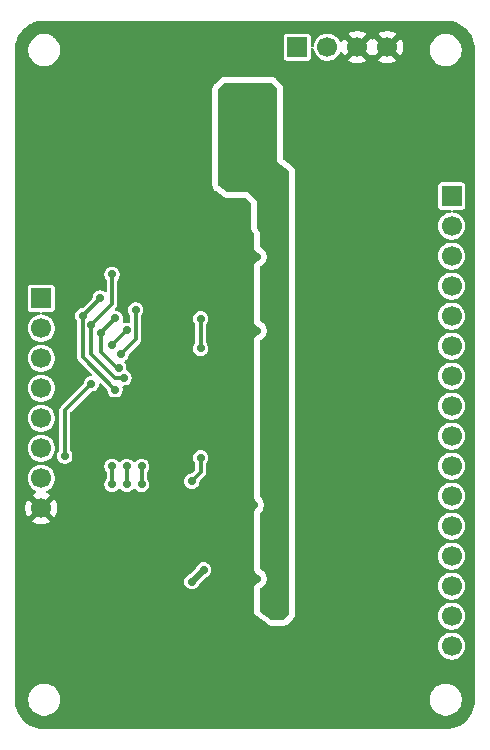
<source format=gbl>
%TF.GenerationSoftware,KiCad,Pcbnew,9.0.6*%
%TF.CreationDate,2025-12-21T17:34:40-08:00*%
%TF.ProjectId,A3909 Prototyping,41333930-3920-4507-926f-746f74797069,rev?*%
%TF.SameCoordinates,Original*%
%TF.FileFunction,Copper,L2,Bot*%
%TF.FilePolarity,Positive*%
%FSLAX46Y46*%
G04 Gerber Fmt 4.6, Leading zero omitted, Abs format (unit mm)*
G04 Created by KiCad (PCBNEW 9.0.6) date 2025-12-21 17:34:40*
%MOMM*%
%LPD*%
G01*
G04 APERTURE LIST*
%TA.AperFunction,ComponentPad*%
%ADD10C,1.700000*%
%TD*%
%TA.AperFunction,ComponentPad*%
%ADD11R,1.700000X1.700000*%
%TD*%
%TA.AperFunction,ViaPad*%
%ADD12C,0.700000*%
%TD*%
%TA.AperFunction,Conductor*%
%ADD13C,0.300000*%
%TD*%
%TA.AperFunction,Conductor*%
%ADD14C,0.500000*%
%TD*%
G04 APERTURE END LIST*
D10*
%TO.P,J1,16,Pin_16*%
%TO.N,/E SET OUT*%
X63250000Y-73462500D03*
%TO.P,J1,15,Pin_15*%
%TO.N,/E RESET OUT*%
X63250000Y-70922500D03*
%TO.P,J1,14,Pin_14*%
%TO.N,/F SET OUT*%
X63250000Y-68382500D03*
%TO.P,J1,13,Pin_13*%
%TO.N,/F RESET OUT*%
X63250000Y-65842500D03*
%TO.P,J1,12,Pin_12*%
%TO.N,/G SET OUT*%
X63250000Y-63302500D03*
%TO.P,J1,11,Pin_11*%
%TO.N,/G RESET OUT*%
X63250000Y-60762500D03*
%TO.P,J1,10,Pin_10*%
%TO.N,/H SET OUT*%
X63250000Y-58222500D03*
%TO.P,J1,9,Pin_9*%
%TO.N,/H RESET OUT*%
X63250000Y-55682500D03*
%TO.P,J1,8,Pin_8*%
%TO.N,/A SET OUT*%
X63250000Y-53142500D03*
%TO.P,J1,7,Pin_7*%
%TO.N,/A RESET OUT*%
X63250000Y-50602500D03*
%TO.P,J1,6,Pin_6*%
%TO.N,/B SET OUT*%
X63250000Y-48062500D03*
%TO.P,J1,5,Pin_5*%
%TO.N,/B RESET OUT*%
X63250000Y-45522500D03*
%TO.P,J1,4,Pin_4*%
%TO.N,/C SET OUT*%
X63250000Y-42982500D03*
%TO.P,J1,3,Pin_3*%
%TO.N,/C RESET OUT*%
X63250000Y-40442500D03*
%TO.P,J1,2,Pin_2*%
%TO.N,/D SET OUT*%
X63250000Y-37902500D03*
D11*
%TO.P,J1,1,Pin_1*%
%TO.N,/D RESET OUT*%
X63250000Y-35362500D03*
%TD*%
D10*
%TO.P,J2,4,Pin_4*%
%TO.N,GND*%
X57810000Y-22750000D03*
%TO.P,J2,3,Pin_3*%
X55270000Y-22750000D03*
%TO.P,J2,2,Pin_2*%
%TO.N,+12V*%
X52730000Y-22750000D03*
D11*
%TO.P,J2,1,Pin_1*%
X50190000Y-22750000D03*
%TD*%
D10*
%TO.P,J3,8,Pin_8*%
%TO.N,GND*%
X28500000Y-61790000D03*
%TO.P,J3,7,Pin_7*%
%TO.N,/OEINV*%
X28500000Y-59250000D03*
%TO.P,J3,6,Pin_6*%
%TO.N,/SER OUT*%
X28500000Y-56710000D03*
%TO.P,J3,5,Pin_5*%
%TO.N,/SER*%
X28500000Y-54170000D03*
%TO.P,J3,4,Pin_4*%
%TO.N,/RCLK*%
X28500000Y-51630000D03*
%TO.P,J3,3,Pin_3*%
%TO.N,/SRCLRINV*%
X28500000Y-49090000D03*
%TO.P,J3,2,Pin_2*%
%TO.N,/SRCLK*%
X28500000Y-46550000D03*
D11*
%TO.P,J3,1,Pin_1*%
%TO.N,VCC*%
X28500000Y-44010000D03*
%TD*%
D12*
%TO.N,GND*%
X46750000Y-67750000D03*
X45750000Y-37000000D03*
X55575000Y-45325000D03*
X57750000Y-38500000D03*
X41000000Y-54000000D03*
X46750000Y-46750000D03*
X53500000Y-32500000D03*
X52000000Y-76250000D03*
X55000000Y-32575000D03*
X41000000Y-53250000D03*
X52250000Y-31250000D03*
X52250000Y-32250000D03*
X52575000Y-42325000D03*
X52250000Y-30250000D03*
X51075000Y-42325000D03*
X54000000Y-55750000D03*
X55575000Y-66325000D03*
X53500000Y-76250000D03*
X51075000Y-63325000D03*
X29000000Y-29750000D03*
X55500000Y-55750000D03*
X41000000Y-54750000D03*
X35250000Y-68000000D03*
X54075000Y-45325000D03*
X29000000Y-31250000D03*
X58000000Y-70000000D03*
X51000000Y-52750000D03*
X45750000Y-58000000D03*
X40000000Y-48500000D03*
X54075000Y-66325000D03*
X52575000Y-63325000D03*
X52500000Y-52750000D03*
X30500000Y-29750000D03*
X46740380Y-40490380D03*
X57750000Y-49000000D03*
X46500000Y-61500000D03*
X57750000Y-59500000D03*
X30500000Y-31250000D03*
%TO.N,VBB*%
X48500000Y-70425000D03*
X44750000Y-26500000D03*
X48603583Y-59925000D03*
X45500000Y-32500000D03*
X44750000Y-28500000D03*
X46000000Y-30500000D03*
X47990380Y-39240380D03*
X44750000Y-27500000D03*
X44250000Y-32500000D03*
X48750000Y-49250000D03*
X46000000Y-31500000D03*
%TO.N,/SER*%
X35780331Y-46719669D03*
X34500000Y-48000000D03*
%TO.N,/SRCLK*%
X32000000Y-45500000D03*
X35750000Y-59780000D03*
X35750000Y-58250000D03*
X33500000Y-44000000D03*
X34747017Y-51758949D03*
%TO.N,/OEINV*%
X35250000Y-48750000D03*
X32750000Y-51250000D03*
X36500000Y-45000000D03*
X30500000Y-57360000D03*
%TO.N,/RCLK*%
X35065687Y-49934313D03*
X33562500Y-46937500D03*
X34780331Y-45719669D03*
X34500000Y-58250000D03*
X34500000Y-59780000D03*
%TO.N,/SRCLRINV*%
X32750000Y-46250000D03*
X35500000Y-50750000D03*
X37000000Y-58250000D03*
X37000000Y-59780000D03*
X34500000Y-42000000D03*
%TO.N,/QH'*%
X42000000Y-45750000D03*
X41250000Y-59500000D03*
X42000000Y-48250000D03*
X42000000Y-57500000D03*
%TO.N,VCC*%
X41250000Y-68000000D03*
X42250000Y-67000000D03*
%TD*%
D13*
%TO.N,/SER*%
X34500000Y-48000000D02*
X35780331Y-46719669D01*
%TO.N,/SRCLK*%
X32000000Y-45500000D02*
X33500000Y-44000000D01*
X34747017Y-51758949D02*
X34747017Y-51747017D01*
X34747017Y-51747017D02*
X32000000Y-49000000D01*
X35750000Y-58250000D02*
X35750000Y-59780000D01*
X32000000Y-49000000D02*
X32000000Y-45500000D01*
%TO.N,/OEINV*%
X36500000Y-47500000D02*
X36500000Y-45000000D01*
X30500000Y-53500000D02*
X32750000Y-51250000D01*
X30500000Y-57360000D02*
X30500000Y-53500000D01*
X35250000Y-48750000D02*
X36500000Y-47500000D01*
%TO.N,/RCLK*%
X34500000Y-58250000D02*
X34500000Y-59780000D01*
X34780331Y-45719669D02*
X33562500Y-46937500D01*
X34934313Y-49934313D02*
X33562500Y-48562500D01*
X33562500Y-48562500D02*
X33562500Y-46937500D01*
X35065687Y-49934313D02*
X34934313Y-49934313D01*
%TO.N,/SRCLRINV*%
X32750000Y-46250000D02*
X34500000Y-44500000D01*
X32750000Y-48750000D02*
X32750000Y-46250000D01*
X35500000Y-50750000D02*
X34750000Y-50750000D01*
X34750000Y-50750000D02*
X32750000Y-48750000D01*
X37000000Y-58250000D02*
X37000000Y-59780000D01*
X34500000Y-44500000D02*
X34500000Y-42000000D01*
%TO.N,/QH'*%
X42000000Y-58750000D02*
X41250000Y-59500000D01*
X42000000Y-57500000D02*
X42000000Y-58750000D01*
X42000000Y-45750000D02*
X42000000Y-48250000D01*
D14*
%TO.N,VCC*%
X42250000Y-67000000D02*
X41250000Y-68000000D01*
%TD*%
%TA.AperFunction,Conductor*%
%TO.N,GND*%
G36*
X62753736Y-20500726D02*
G01*
X63043796Y-20518271D01*
X63058659Y-20520076D01*
X63340798Y-20571780D01*
X63355335Y-20575363D01*
X63629172Y-20660695D01*
X63643163Y-20666000D01*
X63904743Y-20783727D01*
X63917989Y-20790680D01*
X64163465Y-20939075D01*
X64175776Y-20947573D01*
X64401573Y-21124473D01*
X64412781Y-21134403D01*
X64615596Y-21337218D01*
X64625526Y-21348426D01*
X64745481Y-21501538D01*
X64802422Y-21574217D01*
X64810926Y-21586537D01*
X64869091Y-21682753D01*
X64959316Y-21832004D01*
X64966275Y-21845263D01*
X65083997Y-22106831D01*
X65089306Y-22120832D01*
X65174635Y-22394663D01*
X65178219Y-22409201D01*
X65229923Y-22691340D01*
X65231728Y-22706205D01*
X65249274Y-22996263D01*
X65249500Y-23003750D01*
X65249500Y-77996249D01*
X65249274Y-78003736D01*
X65231728Y-78293794D01*
X65229923Y-78308659D01*
X65178219Y-78590798D01*
X65174635Y-78605336D01*
X65089306Y-78879167D01*
X65083997Y-78893168D01*
X64966275Y-79154736D01*
X64959316Y-79167995D01*
X64810928Y-79413459D01*
X64802422Y-79425782D01*
X64625526Y-79651573D01*
X64615596Y-79662781D01*
X64412781Y-79865596D01*
X64401573Y-79875526D01*
X64175782Y-80052422D01*
X64163459Y-80060928D01*
X63917995Y-80209316D01*
X63904736Y-80216275D01*
X63643168Y-80333997D01*
X63629167Y-80339306D01*
X63355336Y-80424635D01*
X63340798Y-80428219D01*
X63058659Y-80479923D01*
X63043794Y-80481728D01*
X62753736Y-80499274D01*
X62746249Y-80499500D01*
X28753751Y-80499500D01*
X28746264Y-80499274D01*
X28456205Y-80481728D01*
X28441340Y-80479923D01*
X28159201Y-80428219D01*
X28144663Y-80424635D01*
X27870832Y-80339306D01*
X27856831Y-80333997D01*
X27595263Y-80216275D01*
X27582004Y-80209316D01*
X27336540Y-80060928D01*
X27324217Y-80052422D01*
X27098426Y-79875526D01*
X27087218Y-79865596D01*
X26884403Y-79662781D01*
X26874473Y-79651573D01*
X26697573Y-79425776D01*
X26689075Y-79413465D01*
X26540680Y-79167989D01*
X26533727Y-79154743D01*
X26416000Y-78893163D01*
X26410693Y-78879167D01*
X26325364Y-78605336D01*
X26321780Y-78590798D01*
X26270076Y-78308659D01*
X26268271Y-78293794D01*
X26250726Y-78003736D01*
X26250500Y-77996249D01*
X26250500Y-77893713D01*
X27399500Y-77893713D01*
X27399500Y-78106286D01*
X27432753Y-78316239D01*
X27498444Y-78518414D01*
X27594951Y-78707820D01*
X27719890Y-78879786D01*
X27870213Y-79030109D01*
X28042179Y-79155048D01*
X28042181Y-79155049D01*
X28042184Y-79155051D01*
X28231588Y-79251557D01*
X28433757Y-79317246D01*
X28643713Y-79350500D01*
X28643714Y-79350500D01*
X28856286Y-79350500D01*
X28856287Y-79350500D01*
X29066243Y-79317246D01*
X29268412Y-79251557D01*
X29457816Y-79155051D01*
X29479789Y-79139086D01*
X29629786Y-79030109D01*
X29629788Y-79030106D01*
X29629792Y-79030104D01*
X29780104Y-78879792D01*
X29780106Y-78879788D01*
X29780109Y-78879786D01*
X29905048Y-78707820D01*
X29905047Y-78707820D01*
X29905051Y-78707816D01*
X30001557Y-78518412D01*
X30067246Y-78316243D01*
X30100500Y-78106287D01*
X30100500Y-77893713D01*
X61399500Y-77893713D01*
X61399500Y-78106286D01*
X61432753Y-78316239D01*
X61498444Y-78518414D01*
X61594951Y-78707820D01*
X61719890Y-78879786D01*
X61870213Y-79030109D01*
X62042179Y-79155048D01*
X62042181Y-79155049D01*
X62042184Y-79155051D01*
X62231588Y-79251557D01*
X62433757Y-79317246D01*
X62643713Y-79350500D01*
X62643714Y-79350500D01*
X62856286Y-79350500D01*
X62856287Y-79350500D01*
X63066243Y-79317246D01*
X63268412Y-79251557D01*
X63457816Y-79155051D01*
X63479789Y-79139086D01*
X63629786Y-79030109D01*
X63629788Y-79030106D01*
X63629792Y-79030104D01*
X63780104Y-78879792D01*
X63780106Y-78879788D01*
X63780109Y-78879786D01*
X63905048Y-78707820D01*
X63905047Y-78707820D01*
X63905051Y-78707816D01*
X64001557Y-78518412D01*
X64067246Y-78316243D01*
X64100500Y-78106287D01*
X64100500Y-77893713D01*
X64067246Y-77683757D01*
X64001557Y-77481588D01*
X63905051Y-77292184D01*
X63905049Y-77292181D01*
X63905048Y-77292179D01*
X63780109Y-77120213D01*
X63629786Y-76969890D01*
X63457820Y-76844951D01*
X63268414Y-76748444D01*
X63268413Y-76748443D01*
X63268412Y-76748443D01*
X63066243Y-76682754D01*
X63066241Y-76682753D01*
X63066240Y-76682753D01*
X62904957Y-76657208D01*
X62856287Y-76649500D01*
X62643713Y-76649500D01*
X62595042Y-76657208D01*
X62433760Y-76682753D01*
X62231585Y-76748444D01*
X62042179Y-76844951D01*
X61870213Y-76969890D01*
X61719890Y-77120213D01*
X61594951Y-77292179D01*
X61498444Y-77481585D01*
X61432753Y-77683760D01*
X61399500Y-77893713D01*
X30100500Y-77893713D01*
X30067246Y-77683757D01*
X30001557Y-77481588D01*
X29905051Y-77292184D01*
X29905049Y-77292181D01*
X29905048Y-77292179D01*
X29780109Y-77120213D01*
X29629786Y-76969890D01*
X29457820Y-76844951D01*
X29268414Y-76748444D01*
X29268413Y-76748443D01*
X29268412Y-76748443D01*
X29066243Y-76682754D01*
X29066241Y-76682753D01*
X29066240Y-76682753D01*
X28904957Y-76657208D01*
X28856287Y-76649500D01*
X28643713Y-76649500D01*
X28595042Y-76657208D01*
X28433760Y-76682753D01*
X28231585Y-76748444D01*
X28042179Y-76844951D01*
X27870213Y-76969890D01*
X27719890Y-77120213D01*
X27594951Y-77292179D01*
X27498444Y-77481585D01*
X27432753Y-77683760D01*
X27399500Y-77893713D01*
X26250500Y-77893713D01*
X26250500Y-68064071D01*
X40599499Y-68064071D01*
X40624497Y-68189738D01*
X40624499Y-68189744D01*
X40673533Y-68308124D01*
X40673538Y-68308133D01*
X40744723Y-68414668D01*
X40744726Y-68414672D01*
X40835327Y-68505273D01*
X40835331Y-68505276D01*
X40941866Y-68576461D01*
X40941872Y-68576464D01*
X40941873Y-68576465D01*
X41060256Y-68625501D01*
X41060260Y-68625501D01*
X41060261Y-68625502D01*
X41185928Y-68650500D01*
X41185931Y-68650500D01*
X41314071Y-68650500D01*
X41398615Y-68633682D01*
X41439744Y-68625501D01*
X41558127Y-68576465D01*
X41664669Y-68505276D01*
X41755276Y-68414669D01*
X41826465Y-68308127D01*
X41875501Y-68189744D01*
X41877280Y-68180798D01*
X41909664Y-68118887D01*
X41911161Y-68117362D01*
X42367308Y-67661215D01*
X42428629Y-67627732D01*
X42430768Y-67627286D01*
X42439744Y-67625501D01*
X42558127Y-67576465D01*
X42664669Y-67505276D01*
X42755276Y-67414669D01*
X42826465Y-67308127D01*
X42875501Y-67189744D01*
X42900500Y-67064069D01*
X42900500Y-66935931D01*
X42900500Y-66935928D01*
X42875502Y-66810261D01*
X42875501Y-66810260D01*
X42875501Y-66810256D01*
X42826465Y-66691873D01*
X42826464Y-66691872D01*
X42826461Y-66691866D01*
X42755276Y-66585331D01*
X42755273Y-66585327D01*
X42664672Y-66494726D01*
X42664668Y-66494723D01*
X42558133Y-66423538D01*
X42558124Y-66423533D01*
X42439744Y-66374499D01*
X42439738Y-66374497D01*
X42314071Y-66349500D01*
X42314069Y-66349500D01*
X42185931Y-66349500D01*
X42185929Y-66349500D01*
X42060261Y-66374497D01*
X42060255Y-66374499D01*
X41941875Y-66423533D01*
X41941866Y-66423538D01*
X41835331Y-66494723D01*
X41835327Y-66494726D01*
X41744726Y-66585327D01*
X41744723Y-66585331D01*
X41673538Y-66691866D01*
X41673533Y-66691876D01*
X41624500Y-66810252D01*
X41624499Y-66810255D01*
X41622718Y-66819208D01*
X41590329Y-66881117D01*
X41588783Y-66882690D01*
X41132690Y-67338783D01*
X41071367Y-67372268D01*
X41069208Y-67372718D01*
X41060255Y-67374499D01*
X41060252Y-67374500D01*
X40941876Y-67423533D01*
X40941866Y-67423538D01*
X40835331Y-67494723D01*
X40835327Y-67494726D01*
X40744726Y-67585327D01*
X40744723Y-67585331D01*
X40673538Y-67691866D01*
X40673533Y-67691875D01*
X40624499Y-67810255D01*
X40624497Y-67810261D01*
X40599500Y-67935928D01*
X40599500Y-67935931D01*
X40599500Y-68064069D01*
X40599500Y-68064071D01*
X40599499Y-68064071D01*
X26250500Y-68064071D01*
X26250500Y-61683753D01*
X27150000Y-61683753D01*
X27150000Y-61896246D01*
X27183242Y-62106127D01*
X27183242Y-62106130D01*
X27248904Y-62308217D01*
X27345375Y-62497550D01*
X27384728Y-62551716D01*
X28017037Y-61919408D01*
X28034075Y-61982993D01*
X28099901Y-62097007D01*
X28192993Y-62190099D01*
X28307007Y-62255925D01*
X28370590Y-62272962D01*
X27738282Y-62905269D01*
X27738282Y-62905270D01*
X27792449Y-62944624D01*
X27981782Y-63041095D01*
X28183870Y-63106757D01*
X28393754Y-63140000D01*
X28606246Y-63140000D01*
X28816127Y-63106757D01*
X28816130Y-63106757D01*
X29018217Y-63041095D01*
X29207554Y-62944622D01*
X29261716Y-62905270D01*
X29261717Y-62905270D01*
X28629408Y-62272962D01*
X28692993Y-62255925D01*
X28807007Y-62190099D01*
X28900099Y-62097007D01*
X28965925Y-61982993D01*
X28982962Y-61919409D01*
X29615270Y-62551717D01*
X29615270Y-62551716D01*
X29654622Y-62497554D01*
X29751095Y-62308217D01*
X29816757Y-62106130D01*
X29816757Y-62106127D01*
X29850000Y-61896246D01*
X29850000Y-61683753D01*
X29816757Y-61473872D01*
X29816757Y-61473869D01*
X29751095Y-61271782D01*
X29654624Y-61082449D01*
X29615270Y-61028282D01*
X29615269Y-61028282D01*
X28982962Y-61660590D01*
X28965925Y-61597007D01*
X28900099Y-61482993D01*
X28807007Y-61389901D01*
X28692993Y-61324075D01*
X28629409Y-61307037D01*
X29261716Y-60674728D01*
X29207550Y-60635375D01*
X29018217Y-60538904D01*
X28989292Y-60529506D01*
X28931616Y-60490068D01*
X28904418Y-60425710D01*
X28916333Y-60356863D01*
X28963577Y-60305388D01*
X28971315Y-60301090D01*
X29102994Y-60233996D01*
X29249501Y-60127553D01*
X29377553Y-59999501D01*
X29483996Y-59852994D01*
X29566211Y-59691639D01*
X29622171Y-59519409D01*
X29636765Y-59427259D01*
X29650500Y-59340551D01*
X29650500Y-59159448D01*
X29634019Y-59055397D01*
X29622171Y-58980591D01*
X29566519Y-58809309D01*
X29566212Y-58808363D01*
X29566211Y-58808360D01*
X29533644Y-58744446D01*
X29483996Y-58647006D01*
X29460453Y-58614602D01*
X29377558Y-58500505D01*
X29377554Y-58500500D01*
X29249499Y-58372445D01*
X29249494Y-58372441D01*
X29169154Y-58314071D01*
X33849499Y-58314071D01*
X33874497Y-58439738D01*
X33874499Y-58439744D01*
X33923533Y-58558124D01*
X33923538Y-58558133D01*
X33994723Y-58664668D01*
X33994725Y-58664671D01*
X34013179Y-58683124D01*
X34046666Y-58744446D01*
X34049500Y-58770807D01*
X34049500Y-59259192D01*
X34029815Y-59326231D01*
X34013181Y-59346873D01*
X33994726Y-59365327D01*
X33994723Y-59365331D01*
X33923538Y-59471866D01*
X33923533Y-59471875D01*
X33874499Y-59590255D01*
X33874497Y-59590261D01*
X33849500Y-59715928D01*
X33849500Y-59715931D01*
X33849500Y-59844069D01*
X33849500Y-59844071D01*
X33849499Y-59844071D01*
X33874497Y-59969738D01*
X33874499Y-59969744D01*
X33923533Y-60088124D01*
X33923538Y-60088133D01*
X33994723Y-60194668D01*
X33994726Y-60194672D01*
X34085327Y-60285273D01*
X34085331Y-60285276D01*
X34191866Y-60356461D01*
X34191875Y-60356466D01*
X34218692Y-60367574D01*
X34310256Y-60405501D01*
X34310260Y-60405501D01*
X34310261Y-60405502D01*
X34435928Y-60430500D01*
X34435931Y-60430500D01*
X34564071Y-60430500D01*
X34648615Y-60413682D01*
X34689744Y-60405501D01*
X34808127Y-60356465D01*
X34914669Y-60285276D01*
X35005276Y-60194669D01*
X35021898Y-60169793D01*
X35075510Y-60124988D01*
X35144835Y-60116281D01*
X35207863Y-60146435D01*
X35228102Y-60169793D01*
X35244723Y-60194668D01*
X35244726Y-60194672D01*
X35335327Y-60285273D01*
X35335331Y-60285276D01*
X35441866Y-60356461D01*
X35441875Y-60356466D01*
X35468692Y-60367574D01*
X35560256Y-60405501D01*
X35560260Y-60405501D01*
X35560261Y-60405502D01*
X35685928Y-60430500D01*
X35685931Y-60430500D01*
X35814071Y-60430500D01*
X35898615Y-60413682D01*
X35939744Y-60405501D01*
X36058127Y-60356465D01*
X36164669Y-60285276D01*
X36255276Y-60194669D01*
X36271898Y-60169793D01*
X36325510Y-60124988D01*
X36394835Y-60116281D01*
X36457863Y-60146435D01*
X36478102Y-60169793D01*
X36494723Y-60194668D01*
X36494726Y-60194672D01*
X36585327Y-60285273D01*
X36585331Y-60285276D01*
X36691866Y-60356461D01*
X36691875Y-60356466D01*
X36718692Y-60367574D01*
X36810256Y-60405501D01*
X36810260Y-60405501D01*
X36810261Y-60405502D01*
X36935928Y-60430500D01*
X36935931Y-60430500D01*
X37064071Y-60430500D01*
X37148615Y-60413682D01*
X37189744Y-60405501D01*
X37308127Y-60356465D01*
X37414669Y-60285276D01*
X37505276Y-60194669D01*
X37576465Y-60088127D01*
X37625501Y-59969744D01*
X37650500Y-59844069D01*
X37650500Y-59715931D01*
X37650500Y-59715928D01*
X37625502Y-59590261D01*
X37625501Y-59590260D01*
X37625501Y-59590256D01*
X37614655Y-59564071D01*
X40599499Y-59564071D01*
X40624497Y-59689738D01*
X40624499Y-59689744D01*
X40673533Y-59808124D01*
X40673538Y-59808133D01*
X40744723Y-59914668D01*
X40744726Y-59914672D01*
X40835327Y-60005273D01*
X40835331Y-60005276D01*
X40941866Y-60076461D01*
X40941872Y-60076464D01*
X40941873Y-60076465D01*
X41060256Y-60125501D01*
X41060260Y-60125501D01*
X41060261Y-60125502D01*
X41185928Y-60150500D01*
X41185931Y-60150500D01*
X41314071Y-60150500D01*
X41398615Y-60133682D01*
X41439744Y-60125501D01*
X41558127Y-60076465D01*
X41664669Y-60005276D01*
X41755276Y-59914669D01*
X41826465Y-59808127D01*
X41875501Y-59689744D01*
X41895532Y-59589046D01*
X41900500Y-59564071D01*
X41900500Y-59537965D01*
X41920185Y-59470926D01*
X41936819Y-59450284D01*
X42127911Y-59259192D01*
X42360489Y-59026614D01*
X42419799Y-58923887D01*
X42433032Y-58874499D01*
X42450500Y-58809309D01*
X42450500Y-58020807D01*
X42470185Y-57953768D01*
X42486821Y-57933124D01*
X42505274Y-57914671D01*
X42505276Y-57914669D01*
X42576465Y-57808127D01*
X42625501Y-57689744D01*
X42633682Y-57648615D01*
X42650500Y-57564071D01*
X42650500Y-57435928D01*
X42625502Y-57310261D01*
X42625501Y-57310260D01*
X42625501Y-57310256D01*
X42576465Y-57191873D01*
X42576464Y-57191872D01*
X42576461Y-57191866D01*
X42505276Y-57085331D01*
X42505273Y-57085327D01*
X42414672Y-56994726D01*
X42414668Y-56994723D01*
X42308133Y-56923538D01*
X42308124Y-56923533D01*
X42189744Y-56874499D01*
X42189738Y-56874497D01*
X42064071Y-56849500D01*
X42064069Y-56849500D01*
X41935931Y-56849500D01*
X41935929Y-56849500D01*
X41810261Y-56874497D01*
X41810255Y-56874499D01*
X41691875Y-56923533D01*
X41691866Y-56923538D01*
X41585331Y-56994723D01*
X41585327Y-56994726D01*
X41494726Y-57085327D01*
X41494723Y-57085331D01*
X41423538Y-57191866D01*
X41423533Y-57191875D01*
X41374499Y-57310255D01*
X41374497Y-57310261D01*
X41349500Y-57435928D01*
X41349500Y-57435931D01*
X41349500Y-57564069D01*
X41349500Y-57564071D01*
X41349499Y-57564071D01*
X41374497Y-57689738D01*
X41374499Y-57689744D01*
X41423533Y-57808124D01*
X41423538Y-57808133D01*
X41494723Y-57914668D01*
X41494725Y-57914671D01*
X41513179Y-57933124D01*
X41546666Y-57994446D01*
X41549500Y-58020807D01*
X41549500Y-58512035D01*
X41529815Y-58579074D01*
X41513181Y-58599716D01*
X41299716Y-58813181D01*
X41238393Y-58846666D01*
X41212035Y-58849500D01*
X41185929Y-58849500D01*
X41060261Y-58874497D01*
X41060255Y-58874499D01*
X40941875Y-58923533D01*
X40941866Y-58923538D01*
X40835331Y-58994723D01*
X40835327Y-58994726D01*
X40744726Y-59085327D01*
X40744723Y-59085331D01*
X40673538Y-59191866D01*
X40673533Y-59191875D01*
X40624499Y-59310255D01*
X40624497Y-59310261D01*
X40599500Y-59435928D01*
X40599500Y-59435931D01*
X40599500Y-59564069D01*
X40599500Y-59564071D01*
X40599499Y-59564071D01*
X37614655Y-59564071D01*
X37614654Y-59564069D01*
X37583839Y-59489673D01*
X37583836Y-59489669D01*
X37576465Y-59471873D01*
X37505276Y-59365331D01*
X37479025Y-59339080D01*
X37472725Y-59330028D01*
X37465006Y-59306927D01*
X37453334Y-59285550D01*
X37451184Y-59265555D01*
X37450584Y-59263759D01*
X37450869Y-59262633D01*
X37450500Y-59259192D01*
X37450500Y-58770807D01*
X37470185Y-58703768D01*
X37486821Y-58683124D01*
X37505274Y-58664671D01*
X37505276Y-58664669D01*
X37576465Y-58558127D01*
X37625501Y-58439744D01*
X37650500Y-58314069D01*
X37650500Y-58185931D01*
X37650500Y-58185928D01*
X37625502Y-58060261D01*
X37625501Y-58060260D01*
X37625501Y-58060256D01*
X37576465Y-57941873D01*
X37576464Y-57941872D01*
X37576461Y-57941866D01*
X37505276Y-57835331D01*
X37505273Y-57835327D01*
X37414672Y-57744726D01*
X37414668Y-57744723D01*
X37308133Y-57673538D01*
X37308124Y-57673533D01*
X37189744Y-57624499D01*
X37189738Y-57624497D01*
X37064071Y-57599500D01*
X37064069Y-57599500D01*
X36935931Y-57599500D01*
X36935929Y-57599500D01*
X36810261Y-57624497D01*
X36810255Y-57624499D01*
X36691875Y-57673533D01*
X36691866Y-57673538D01*
X36585331Y-57744723D01*
X36585327Y-57744726D01*
X36494726Y-57835327D01*
X36494721Y-57835334D01*
X36478101Y-57860207D01*
X36424488Y-57905012D01*
X36355163Y-57913718D01*
X36292136Y-57883562D01*
X36271899Y-57860207D01*
X36255278Y-57835334D01*
X36255273Y-57835327D01*
X36164672Y-57744726D01*
X36164668Y-57744723D01*
X36058133Y-57673538D01*
X36058124Y-57673533D01*
X35939744Y-57624499D01*
X35939738Y-57624497D01*
X35814071Y-57599500D01*
X35814069Y-57599500D01*
X35685931Y-57599500D01*
X35685929Y-57599500D01*
X35560261Y-57624497D01*
X35560255Y-57624499D01*
X35441875Y-57673533D01*
X35441866Y-57673538D01*
X35335331Y-57744723D01*
X35335327Y-57744726D01*
X35244726Y-57835327D01*
X35244721Y-57835334D01*
X35228101Y-57860207D01*
X35174488Y-57905012D01*
X35105163Y-57913718D01*
X35042136Y-57883562D01*
X35021899Y-57860207D01*
X35005278Y-57835334D01*
X35005273Y-57835327D01*
X34914672Y-57744726D01*
X34914668Y-57744723D01*
X34808133Y-57673538D01*
X34808124Y-57673533D01*
X34689744Y-57624499D01*
X34689738Y-57624497D01*
X34564071Y-57599500D01*
X34564069Y-57599500D01*
X34435931Y-57599500D01*
X34435929Y-57599500D01*
X34310261Y-57624497D01*
X34310255Y-57624499D01*
X34191875Y-57673533D01*
X34191866Y-57673538D01*
X34085331Y-57744723D01*
X34085327Y-57744726D01*
X33994726Y-57835327D01*
X33994723Y-57835331D01*
X33923538Y-57941866D01*
X33923533Y-57941875D01*
X33874499Y-58060255D01*
X33874497Y-58060261D01*
X33849500Y-58185928D01*
X33849500Y-58185931D01*
X33849500Y-58314069D01*
X33849500Y-58314071D01*
X33849499Y-58314071D01*
X29169154Y-58314071D01*
X29122475Y-58280157D01*
X29102997Y-58266006D01*
X29102996Y-58266005D01*
X29102994Y-58266004D01*
X29051300Y-58239664D01*
X28941639Y-58183788D01*
X28941636Y-58183787D01*
X28769410Y-58127829D01*
X28609321Y-58102473D01*
X28546186Y-58072544D01*
X28509255Y-58013232D01*
X28510253Y-57943370D01*
X28548863Y-57885137D01*
X28609321Y-57857527D01*
X28679425Y-57846422D01*
X28769409Y-57832171D01*
X28941639Y-57776211D01*
X29102994Y-57693996D01*
X29249501Y-57587553D01*
X29377553Y-57459501D01*
X29403294Y-57424071D01*
X29849499Y-57424071D01*
X29874497Y-57549738D01*
X29874499Y-57549744D01*
X29923533Y-57668124D01*
X29923538Y-57668133D01*
X29994723Y-57774668D01*
X29994726Y-57774672D01*
X30085327Y-57865273D01*
X30085331Y-57865276D01*
X30191866Y-57936461D01*
X30191872Y-57936464D01*
X30191873Y-57936465D01*
X30310256Y-57985501D01*
X30310260Y-57985501D01*
X30310261Y-57985502D01*
X30435928Y-58010500D01*
X30435931Y-58010500D01*
X30564071Y-58010500D01*
X30648615Y-57993682D01*
X30689744Y-57985501D01*
X30808127Y-57936465D01*
X30914669Y-57865276D01*
X31005276Y-57774669D01*
X31076465Y-57668127D01*
X31125501Y-57549744D01*
X31143452Y-57459501D01*
X31150500Y-57424071D01*
X31150500Y-57295928D01*
X31125502Y-57170261D01*
X31125501Y-57170260D01*
X31125501Y-57170256D01*
X31076465Y-57051873D01*
X31076464Y-57051872D01*
X31076461Y-57051866D01*
X31005276Y-56945331D01*
X31005273Y-56945327D01*
X30986819Y-56926873D01*
X30953334Y-56865550D01*
X30950500Y-56839192D01*
X30950500Y-53737965D01*
X30970185Y-53670926D01*
X30986819Y-53650284D01*
X32700284Y-51936819D01*
X32761607Y-51903334D01*
X32787965Y-51900500D01*
X32814071Y-51900500D01*
X32898615Y-51883682D01*
X32939744Y-51875501D01*
X33058127Y-51826465D01*
X33164669Y-51755276D01*
X33255276Y-51664669D01*
X33326465Y-51558127D01*
X33375501Y-51439744D01*
X33400500Y-51314069D01*
X33400500Y-51314067D01*
X33401110Y-51311001D01*
X33433495Y-51249090D01*
X33494210Y-51214516D01*
X33563980Y-51218255D01*
X33610408Y-51247511D01*
X34060198Y-51697301D01*
X34093683Y-51758624D01*
X34096517Y-51784982D01*
X34096517Y-51823018D01*
X34096517Y-51823020D01*
X34096516Y-51823020D01*
X34121514Y-51948687D01*
X34121516Y-51948693D01*
X34170550Y-52067073D01*
X34170555Y-52067082D01*
X34241740Y-52173617D01*
X34241743Y-52173621D01*
X34332344Y-52264222D01*
X34332348Y-52264225D01*
X34438883Y-52335410D01*
X34438889Y-52335413D01*
X34438890Y-52335414D01*
X34557273Y-52384450D01*
X34557277Y-52384450D01*
X34557278Y-52384451D01*
X34682945Y-52409449D01*
X34682948Y-52409449D01*
X34811088Y-52409449D01*
X34895632Y-52392631D01*
X34936761Y-52384450D01*
X35055144Y-52335414D01*
X35161686Y-52264225D01*
X35252293Y-52173618D01*
X35323482Y-52067076D01*
X35372518Y-51948693D01*
X35382321Y-51899410D01*
X35397517Y-51823020D01*
X35397517Y-51694877D01*
X35372519Y-51569210D01*
X35372518Y-51569209D01*
X35372518Y-51569205D01*
X35372516Y-51569200D01*
X35370750Y-51563378D01*
X35372672Y-51562794D01*
X35366187Y-51502486D01*
X35397460Y-51440006D01*
X35457549Y-51404352D01*
X35488217Y-51400500D01*
X35564071Y-51400500D01*
X35648615Y-51383682D01*
X35689744Y-51375501D01*
X35808127Y-51326465D01*
X35914669Y-51255276D01*
X36005276Y-51164669D01*
X36076465Y-51058127D01*
X36125501Y-50939744D01*
X36137286Y-50880499D01*
X36150500Y-50814071D01*
X36150500Y-50685928D01*
X36125502Y-50560261D01*
X36125501Y-50560260D01*
X36125501Y-50560256D01*
X36076465Y-50441873D01*
X36076464Y-50441872D01*
X36076461Y-50441866D01*
X36005276Y-50335331D01*
X36005273Y-50335327D01*
X35914672Y-50244726D01*
X35914668Y-50244723D01*
X35808133Y-50173538D01*
X35808118Y-50173530D01*
X35785014Y-50163960D01*
X35730611Y-50120118D01*
X35708547Y-50053824D01*
X35710851Y-50025207D01*
X35716187Y-49998383D01*
X35716187Y-49870241D01*
X35691189Y-49744574D01*
X35691188Y-49744573D01*
X35691188Y-49744569D01*
X35642152Y-49626186D01*
X35642151Y-49626185D01*
X35642148Y-49626179D01*
X35570963Y-49519644D01*
X35570960Y-49519640D01*
X35556860Y-49505540D01*
X35523375Y-49444217D01*
X35528359Y-49374525D01*
X35570231Y-49318592D01*
X35575650Y-49314757D01*
X35632734Y-49276614D01*
X35664669Y-49255276D01*
X35755276Y-49164669D01*
X35826465Y-49058127D01*
X35875501Y-48939744D01*
X35898034Y-48826466D01*
X35900500Y-48814071D01*
X35900500Y-48787965D01*
X35920185Y-48720926D01*
X35936819Y-48700284D01*
X36323034Y-48314069D01*
X36860489Y-47776614D01*
X36919799Y-47673887D01*
X36935253Y-47616211D01*
X36950500Y-47559309D01*
X36950500Y-45814071D01*
X41349499Y-45814071D01*
X41374497Y-45939738D01*
X41374499Y-45939744D01*
X41423533Y-46058124D01*
X41423538Y-46058133D01*
X41494723Y-46164668D01*
X41494725Y-46164671D01*
X41513179Y-46183124D01*
X41546666Y-46244446D01*
X41549500Y-46270807D01*
X41549500Y-47729192D01*
X41529815Y-47796231D01*
X41513181Y-47816873D01*
X41494726Y-47835327D01*
X41494723Y-47835331D01*
X41423538Y-47941866D01*
X41423533Y-47941875D01*
X41374499Y-48060255D01*
X41374497Y-48060261D01*
X41349500Y-48185928D01*
X41349500Y-48185931D01*
X41349500Y-48314069D01*
X41349500Y-48314071D01*
X41349499Y-48314071D01*
X41374497Y-48439738D01*
X41374499Y-48439744D01*
X41423533Y-48558124D01*
X41423538Y-48558133D01*
X41494723Y-48664668D01*
X41494726Y-48664672D01*
X41585327Y-48755273D01*
X41585331Y-48755276D01*
X41691866Y-48826461D01*
X41691872Y-48826464D01*
X41691873Y-48826465D01*
X41810256Y-48875501D01*
X41810260Y-48875501D01*
X41810261Y-48875502D01*
X41935928Y-48900500D01*
X41935931Y-48900500D01*
X42064071Y-48900500D01*
X42148615Y-48883682D01*
X42189744Y-48875501D01*
X42308127Y-48826465D01*
X42414669Y-48755276D01*
X42505276Y-48664669D01*
X42576465Y-48558127D01*
X42625501Y-48439744D01*
X42633682Y-48398615D01*
X42650500Y-48314071D01*
X42650500Y-48185928D01*
X42625502Y-48060261D01*
X42625501Y-48060260D01*
X42625501Y-48060256D01*
X42576465Y-47941873D01*
X42576464Y-47941872D01*
X42576461Y-47941866D01*
X42505276Y-47835331D01*
X42505273Y-47835327D01*
X42486819Y-47816873D01*
X42453334Y-47755550D01*
X42450500Y-47729192D01*
X42450500Y-46270807D01*
X42470185Y-46203768D01*
X42486821Y-46183124D01*
X42505274Y-46164671D01*
X42505276Y-46164669D01*
X42576465Y-46058127D01*
X42625501Y-45939744D01*
X42650500Y-45814069D01*
X42650500Y-45685931D01*
X42650500Y-45685928D01*
X42625502Y-45560261D01*
X42625501Y-45560260D01*
X42625501Y-45560256D01*
X42576465Y-45441873D01*
X42576464Y-45441872D01*
X42576461Y-45441866D01*
X42505276Y-45335331D01*
X42505273Y-45335327D01*
X42414672Y-45244726D01*
X42414668Y-45244723D01*
X42308133Y-45173538D01*
X42308124Y-45173533D01*
X42189744Y-45124499D01*
X42189738Y-45124497D01*
X42064071Y-45099500D01*
X42064069Y-45099500D01*
X41935931Y-45099500D01*
X41935929Y-45099500D01*
X41810261Y-45124497D01*
X41810255Y-45124499D01*
X41691875Y-45173533D01*
X41691866Y-45173538D01*
X41585331Y-45244723D01*
X41585327Y-45244726D01*
X41494726Y-45335327D01*
X41494723Y-45335331D01*
X41423538Y-45441866D01*
X41423533Y-45441875D01*
X41374499Y-45560255D01*
X41374497Y-45560261D01*
X41349500Y-45685928D01*
X41349500Y-45685931D01*
X41349500Y-45814069D01*
X41349500Y-45814071D01*
X41349499Y-45814071D01*
X36950500Y-45814071D01*
X36950500Y-45520807D01*
X36970185Y-45453768D01*
X36986821Y-45433124D01*
X37005274Y-45414671D01*
X37005276Y-45414669D01*
X37076465Y-45308127D01*
X37125501Y-45189744D01*
X37134759Y-45143202D01*
X37150500Y-45064071D01*
X37150500Y-44935928D01*
X37125502Y-44810261D01*
X37125501Y-44810260D01*
X37125501Y-44810256D01*
X37076465Y-44691873D01*
X37076464Y-44691872D01*
X37076461Y-44691866D01*
X37005276Y-44585330D01*
X36914672Y-44494726D01*
X36914668Y-44494723D01*
X36808133Y-44423538D01*
X36808124Y-44423533D01*
X36689744Y-44374499D01*
X36689738Y-44374497D01*
X36564071Y-44349500D01*
X36564069Y-44349500D01*
X36435931Y-44349500D01*
X36435929Y-44349500D01*
X36310261Y-44374497D01*
X36310255Y-44374499D01*
X36191875Y-44423533D01*
X36191866Y-44423538D01*
X36085331Y-44494723D01*
X36085327Y-44494726D01*
X35994726Y-44585327D01*
X35994724Y-44585330D01*
X35923538Y-44691866D01*
X35923533Y-44691875D01*
X35874499Y-44810255D01*
X35874497Y-44810261D01*
X35849500Y-44935928D01*
X35849500Y-44935931D01*
X35849500Y-45064069D01*
X35849500Y-45064071D01*
X35849499Y-45064071D01*
X35874497Y-45189738D01*
X35874499Y-45189744D01*
X35923533Y-45308124D01*
X35923538Y-45308133D01*
X35994723Y-45414668D01*
X35994725Y-45414671D01*
X36013179Y-45433124D01*
X36046666Y-45494446D01*
X36049500Y-45520807D01*
X36049500Y-45958871D01*
X36029815Y-46025910D01*
X35977011Y-46071665D01*
X35907853Y-46081609D01*
X35901309Y-46080488D01*
X35844404Y-46069169D01*
X35844400Y-46069169D01*
X35716262Y-46069169D01*
X35716260Y-46069169D01*
X35590592Y-46094166D01*
X35590587Y-46094168D01*
X35551763Y-46110249D01*
X35482294Y-46117716D01*
X35419815Y-46086441D01*
X35384163Y-46026351D01*
X35386658Y-45956526D01*
X35389752Y-45948233D01*
X35396011Y-45933124D01*
X35405832Y-45909413D01*
X35424798Y-45814069D01*
X35430831Y-45783740D01*
X35430831Y-45655597D01*
X35405833Y-45529930D01*
X35405832Y-45529929D01*
X35405832Y-45529925D01*
X35365251Y-45431954D01*
X35356797Y-45411544D01*
X35356792Y-45411535D01*
X35285607Y-45305000D01*
X35285604Y-45304996D01*
X35195003Y-45214395D01*
X35194999Y-45214392D01*
X35088464Y-45143207D01*
X35088455Y-45143202D01*
X34970075Y-45094168D01*
X34970069Y-45094166D01*
X34841332Y-45068558D01*
X34779421Y-45036173D01*
X34744847Y-44975457D01*
X34748588Y-44905687D01*
X34777839Y-44859263D01*
X34860490Y-44776614D01*
X34919799Y-44673887D01*
X34943527Y-44585331D01*
X34950500Y-44559309D01*
X34950500Y-42520807D01*
X34970185Y-42453768D01*
X34986821Y-42433124D01*
X35005274Y-42414671D01*
X35005276Y-42414669D01*
X35076465Y-42308127D01*
X35125501Y-42189744D01*
X35150500Y-42064069D01*
X35150500Y-41935931D01*
X35150500Y-41935928D01*
X35125502Y-41810261D01*
X35125501Y-41810260D01*
X35125501Y-41810256D01*
X35076465Y-41691873D01*
X35076464Y-41691872D01*
X35076461Y-41691866D01*
X35005276Y-41585331D01*
X35005273Y-41585327D01*
X34914672Y-41494726D01*
X34914668Y-41494723D01*
X34808133Y-41423538D01*
X34808124Y-41423533D01*
X34689744Y-41374499D01*
X34689738Y-41374497D01*
X34564071Y-41349500D01*
X34564069Y-41349500D01*
X34435931Y-41349500D01*
X34435929Y-41349500D01*
X34310261Y-41374497D01*
X34310255Y-41374499D01*
X34191875Y-41423533D01*
X34191866Y-41423538D01*
X34085331Y-41494723D01*
X34085327Y-41494726D01*
X33994726Y-41585327D01*
X33994723Y-41585331D01*
X33923538Y-41691866D01*
X33923533Y-41691875D01*
X33874499Y-41810255D01*
X33874497Y-41810261D01*
X33849500Y-41935928D01*
X33849500Y-41935931D01*
X33849500Y-42064069D01*
X33849500Y-42064071D01*
X33849499Y-42064071D01*
X33874497Y-42189738D01*
X33874499Y-42189744D01*
X33923533Y-42308124D01*
X33923538Y-42308133D01*
X33994723Y-42414668D01*
X33994725Y-42414671D01*
X34013179Y-42433124D01*
X34046666Y-42494446D01*
X34049500Y-42520807D01*
X34049500Y-43352827D01*
X34029815Y-43419866D01*
X33977011Y-43465621D01*
X33907853Y-43475565D01*
X33856609Y-43455929D01*
X33808133Y-43423538D01*
X33808124Y-43423533D01*
X33689744Y-43374499D01*
X33689738Y-43374497D01*
X33564071Y-43349500D01*
X33564069Y-43349500D01*
X33435931Y-43349500D01*
X33435929Y-43349500D01*
X33310261Y-43374497D01*
X33310255Y-43374499D01*
X33191875Y-43423533D01*
X33191866Y-43423538D01*
X33085331Y-43494723D01*
X33085327Y-43494726D01*
X32994726Y-43585327D01*
X32994723Y-43585331D01*
X32923538Y-43691866D01*
X32923533Y-43691875D01*
X32874499Y-43810255D01*
X32874497Y-43810261D01*
X32849500Y-43935928D01*
X32849500Y-43962035D01*
X32829815Y-44029074D01*
X32813181Y-44049716D01*
X32049716Y-44813181D01*
X31988393Y-44846666D01*
X31962035Y-44849500D01*
X31935929Y-44849500D01*
X31810261Y-44874497D01*
X31810255Y-44874499D01*
X31691875Y-44923533D01*
X31691866Y-44923538D01*
X31585331Y-44994723D01*
X31585327Y-44994726D01*
X31494726Y-45085327D01*
X31494723Y-45085331D01*
X31423538Y-45191866D01*
X31423533Y-45191875D01*
X31374499Y-45310255D01*
X31374497Y-45310261D01*
X31349500Y-45435928D01*
X31349500Y-45435931D01*
X31349500Y-45564069D01*
X31349500Y-45564071D01*
X31349499Y-45564071D01*
X31374497Y-45689738D01*
X31374499Y-45689744D01*
X31423533Y-45808124D01*
X31423538Y-45808133D01*
X31494723Y-45914668D01*
X31494725Y-45914671D01*
X31513179Y-45933124D01*
X31546666Y-45994446D01*
X31549500Y-46020807D01*
X31549500Y-49059308D01*
X31573712Y-49149672D01*
X31580200Y-49173885D01*
X31580200Y-49173886D01*
X31586427Y-49184671D01*
X31639511Y-49276614D01*
X31639513Y-49276616D01*
X32752488Y-50389591D01*
X32785973Y-50450914D01*
X32780989Y-50520606D01*
X32739117Y-50576539D01*
X32688999Y-50598889D01*
X32560261Y-50624497D01*
X32560255Y-50624499D01*
X32441875Y-50673533D01*
X32441866Y-50673538D01*
X32335331Y-50744723D01*
X32335327Y-50744726D01*
X32244726Y-50835327D01*
X32244723Y-50835331D01*
X32173538Y-50941866D01*
X32173533Y-50941875D01*
X32124499Y-51060255D01*
X32124497Y-51060261D01*
X32099500Y-51185928D01*
X32099500Y-51212035D01*
X32079815Y-51279074D01*
X32063181Y-51299716D01*
X30139513Y-53223383D01*
X30139509Y-53223389D01*
X30080201Y-53326112D01*
X30080200Y-53326117D01*
X30049500Y-53440691D01*
X30049500Y-56839192D01*
X30029815Y-56906231D01*
X30013181Y-56926873D01*
X29994726Y-56945327D01*
X29994723Y-56945331D01*
X29923538Y-57051866D01*
X29923533Y-57051875D01*
X29874499Y-57170255D01*
X29874497Y-57170261D01*
X29849500Y-57295928D01*
X29849500Y-57295931D01*
X29849500Y-57424069D01*
X29849500Y-57424071D01*
X29849499Y-57424071D01*
X29403294Y-57424071D01*
X29483996Y-57312994D01*
X29566211Y-57151639D01*
X29622171Y-56979409D01*
X29638787Y-56874497D01*
X29650500Y-56800551D01*
X29650500Y-56619448D01*
X29634019Y-56515397D01*
X29622171Y-56440591D01*
X29566211Y-56268361D01*
X29566211Y-56268360D01*
X29537740Y-56212484D01*
X29483996Y-56107006D01*
X29470396Y-56088287D01*
X29377558Y-55960505D01*
X29377554Y-55960500D01*
X29249499Y-55832445D01*
X29249494Y-55832441D01*
X29102997Y-55726006D01*
X29102996Y-55726005D01*
X29102994Y-55726004D01*
X29051300Y-55699664D01*
X28941639Y-55643788D01*
X28941636Y-55643787D01*
X28769410Y-55587829D01*
X28609321Y-55562473D01*
X28546186Y-55532544D01*
X28509255Y-55473232D01*
X28510253Y-55403370D01*
X28548863Y-55345137D01*
X28609321Y-55317527D01*
X28679425Y-55306422D01*
X28769409Y-55292171D01*
X28941639Y-55236211D01*
X29102994Y-55153996D01*
X29249501Y-55047553D01*
X29377553Y-54919501D01*
X29483996Y-54772994D01*
X29566211Y-54611639D01*
X29622171Y-54439409D01*
X29636765Y-54347259D01*
X29650500Y-54260551D01*
X29650500Y-54079448D01*
X29634019Y-53975397D01*
X29622171Y-53900591D01*
X29571778Y-53745494D01*
X29566212Y-53728363D01*
X29566211Y-53728360D01*
X29536946Y-53670926D01*
X29483996Y-53567006D01*
X29470396Y-53548287D01*
X29377558Y-53420505D01*
X29377554Y-53420500D01*
X29249499Y-53292445D01*
X29249494Y-53292441D01*
X29102997Y-53186006D01*
X29102996Y-53186005D01*
X29102994Y-53186004D01*
X29051300Y-53159664D01*
X28941639Y-53103788D01*
X28941636Y-53103787D01*
X28769410Y-53047829D01*
X28609321Y-53022473D01*
X28546186Y-52992544D01*
X28509255Y-52933232D01*
X28510253Y-52863370D01*
X28548863Y-52805137D01*
X28609321Y-52777527D01*
X28679425Y-52766422D01*
X28769409Y-52752171D01*
X28941639Y-52696211D01*
X29102994Y-52613996D01*
X29249501Y-52507553D01*
X29377553Y-52379501D01*
X29483996Y-52232994D01*
X29566211Y-52071639D01*
X29622171Y-51899409D01*
X29636765Y-51807259D01*
X29650500Y-51720551D01*
X29650500Y-51539448D01*
X29628492Y-51400500D01*
X29622171Y-51360591D01*
X29566211Y-51188361D01*
X29566211Y-51188360D01*
X29500940Y-51060261D01*
X29483996Y-51027006D01*
X29422144Y-50941873D01*
X29377558Y-50880505D01*
X29377554Y-50880500D01*
X29249499Y-50752445D01*
X29249494Y-50752441D01*
X29102997Y-50646006D01*
X29102996Y-50646005D01*
X29102994Y-50646004D01*
X29051300Y-50619664D01*
X28941639Y-50563788D01*
X28941636Y-50563787D01*
X28769410Y-50507829D01*
X28609321Y-50482473D01*
X28546186Y-50452544D01*
X28509255Y-50393232D01*
X28510253Y-50323370D01*
X28548863Y-50265137D01*
X28609321Y-50237527D01*
X28679425Y-50226422D01*
X28769409Y-50212171D01*
X28941639Y-50156211D01*
X29102994Y-50073996D01*
X29249501Y-49967553D01*
X29377553Y-49839501D01*
X29483996Y-49692994D01*
X29566211Y-49531639D01*
X29622171Y-49359409D01*
X29638664Y-49255276D01*
X29650500Y-49180551D01*
X29650500Y-48999448D01*
X29630868Y-48875500D01*
X29622171Y-48820591D01*
X29571510Y-48664669D01*
X29566212Y-48648363D01*
X29566211Y-48648360D01*
X29520234Y-48558127D01*
X29483996Y-48487006D01*
X29449654Y-48439738D01*
X29377558Y-48340505D01*
X29377554Y-48340500D01*
X29249499Y-48212445D01*
X29249494Y-48212441D01*
X29102997Y-48106006D01*
X29102996Y-48106005D01*
X29102994Y-48106004D01*
X29051300Y-48079664D01*
X28941639Y-48023788D01*
X28941636Y-48023787D01*
X28769410Y-47967829D01*
X28609321Y-47942473D01*
X28546186Y-47912544D01*
X28509255Y-47853232D01*
X28510253Y-47783370D01*
X28548863Y-47725137D01*
X28609321Y-47697527D01*
X28679425Y-47686422D01*
X28769409Y-47672171D01*
X28941639Y-47616211D01*
X29102994Y-47533996D01*
X29249501Y-47427553D01*
X29377553Y-47299501D01*
X29483996Y-47152994D01*
X29566211Y-46991639D01*
X29622171Y-46819409D01*
X29640444Y-46704037D01*
X29650500Y-46640551D01*
X29650500Y-46459448D01*
X29629446Y-46326523D01*
X29622171Y-46280591D01*
X29577532Y-46143204D01*
X29566212Y-46108363D01*
X29566211Y-46108360D01*
X29525161Y-46027796D01*
X29483996Y-45947006D01*
X29420163Y-45859147D01*
X29377558Y-45800505D01*
X29377554Y-45800500D01*
X29249499Y-45672445D01*
X29249494Y-45672441D01*
X29102997Y-45566006D01*
X29102996Y-45566005D01*
X29102994Y-45566004D01*
X29051300Y-45539664D01*
X28941639Y-45483788D01*
X28941636Y-45483787D01*
X28769410Y-45427829D01*
X28637728Y-45406972D01*
X28574594Y-45377042D01*
X28537663Y-45317731D01*
X28538661Y-45247868D01*
X28577271Y-45189636D01*
X28641235Y-45161522D01*
X28657120Y-45160499D01*
X29394864Y-45160499D01*
X29394879Y-45160497D01*
X29394882Y-45160497D01*
X29419987Y-45157586D01*
X29419988Y-45157585D01*
X29419991Y-45157585D01*
X29522765Y-45112206D01*
X29602206Y-45032765D01*
X29647585Y-44929991D01*
X29650500Y-44904865D01*
X29650499Y-43115136D01*
X29650497Y-43115117D01*
X29647586Y-43090012D01*
X29647585Y-43090010D01*
X29647585Y-43090009D01*
X29602206Y-42987235D01*
X29522765Y-42907794D01*
X29486877Y-42891948D01*
X29419992Y-42862415D01*
X29394865Y-42859500D01*
X27605143Y-42859500D01*
X27605117Y-42859502D01*
X27580012Y-42862413D01*
X27580008Y-42862415D01*
X27477235Y-42907793D01*
X27397794Y-42987234D01*
X27352415Y-43090006D01*
X27352415Y-43090008D01*
X27349500Y-43115131D01*
X27349500Y-44904856D01*
X27349502Y-44904882D01*
X27352413Y-44929987D01*
X27352415Y-44929991D01*
X27397793Y-45032764D01*
X27397794Y-45032765D01*
X27477235Y-45112206D01*
X27580009Y-45157585D01*
X27605135Y-45160500D01*
X28342873Y-45160499D01*
X28409910Y-45180183D01*
X28455665Y-45232987D01*
X28465609Y-45302146D01*
X28436584Y-45365702D01*
X28377806Y-45403476D01*
X28362270Y-45406972D01*
X28230589Y-45427829D01*
X28058363Y-45483787D01*
X28058360Y-45483788D01*
X27897002Y-45566006D01*
X27750505Y-45672441D01*
X27750500Y-45672445D01*
X27622445Y-45800500D01*
X27622441Y-45800505D01*
X27516006Y-45947002D01*
X27433788Y-46108360D01*
X27433787Y-46108363D01*
X27377829Y-46280589D01*
X27349500Y-46459448D01*
X27349500Y-46640551D01*
X27377829Y-46819410D01*
X27433787Y-46991636D01*
X27433788Y-46991639D01*
X27516006Y-47152997D01*
X27622441Y-47299494D01*
X27622445Y-47299499D01*
X27750500Y-47427554D01*
X27750505Y-47427558D01*
X27842952Y-47494724D01*
X27897006Y-47533996D01*
X27961888Y-47567055D01*
X28058360Y-47616211D01*
X28058363Y-47616212D01*
X28144476Y-47644191D01*
X28230591Y-47672171D01*
X28303639Y-47683740D01*
X28390678Y-47697527D01*
X28453813Y-47727456D01*
X28490744Y-47786768D01*
X28489746Y-47856631D01*
X28451136Y-47914863D01*
X28390678Y-47942473D01*
X28230589Y-47967829D01*
X28058363Y-48023787D01*
X28058360Y-48023788D01*
X27897002Y-48106006D01*
X27750505Y-48212441D01*
X27750500Y-48212445D01*
X27622445Y-48340500D01*
X27622441Y-48340505D01*
X27516006Y-48487002D01*
X27433788Y-48648360D01*
X27433787Y-48648363D01*
X27377829Y-48820589D01*
X27349500Y-48999448D01*
X27349500Y-49180551D01*
X27377829Y-49359410D01*
X27433787Y-49531636D01*
X27433788Y-49531639D01*
X27516006Y-49692997D01*
X27622441Y-49839494D01*
X27622445Y-49839499D01*
X27750500Y-49967554D01*
X27750505Y-49967558D01*
X27829853Y-50025207D01*
X27897006Y-50073996D01*
X28002484Y-50127740D01*
X28058360Y-50156211D01*
X28058363Y-50156212D01*
X28144476Y-50184191D01*
X28230591Y-50212171D01*
X28303639Y-50223740D01*
X28390678Y-50237527D01*
X28453813Y-50267456D01*
X28490744Y-50326768D01*
X28489746Y-50396631D01*
X28451136Y-50454863D01*
X28390678Y-50482473D01*
X28230589Y-50507829D01*
X28058363Y-50563787D01*
X28058360Y-50563788D01*
X27897002Y-50646006D01*
X27750505Y-50752441D01*
X27750500Y-50752445D01*
X27622445Y-50880500D01*
X27622441Y-50880505D01*
X27516006Y-51027002D01*
X27433788Y-51188360D01*
X27433787Y-51188363D01*
X27377829Y-51360589D01*
X27349500Y-51539448D01*
X27349500Y-51720551D01*
X27377829Y-51899410D01*
X27433787Y-52071636D01*
X27433788Y-52071639D01*
X27516006Y-52232997D01*
X27622441Y-52379494D01*
X27622445Y-52379499D01*
X27750500Y-52507554D01*
X27750505Y-52507558D01*
X27878287Y-52600396D01*
X27897006Y-52613996D01*
X28002484Y-52667740D01*
X28058360Y-52696211D01*
X28058363Y-52696212D01*
X28144476Y-52724191D01*
X28230591Y-52752171D01*
X28303639Y-52763740D01*
X28390678Y-52777527D01*
X28453813Y-52807456D01*
X28490744Y-52866768D01*
X28489746Y-52936631D01*
X28451136Y-52994863D01*
X28390678Y-53022473D01*
X28230589Y-53047829D01*
X28058363Y-53103787D01*
X28058360Y-53103788D01*
X27897002Y-53186006D01*
X27750505Y-53292441D01*
X27750500Y-53292445D01*
X27622445Y-53420500D01*
X27622441Y-53420505D01*
X27516006Y-53567002D01*
X27433788Y-53728360D01*
X27433787Y-53728363D01*
X27377829Y-53900589D01*
X27349500Y-54079448D01*
X27349500Y-54260551D01*
X27377829Y-54439410D01*
X27433787Y-54611636D01*
X27433788Y-54611639D01*
X27516006Y-54772997D01*
X27622441Y-54919494D01*
X27622445Y-54919499D01*
X27750500Y-55047554D01*
X27750505Y-55047558D01*
X27878287Y-55140396D01*
X27897006Y-55153996D01*
X28002484Y-55207740D01*
X28058360Y-55236211D01*
X28058363Y-55236212D01*
X28144476Y-55264191D01*
X28230591Y-55292171D01*
X28303639Y-55303740D01*
X28390678Y-55317527D01*
X28453813Y-55347456D01*
X28490744Y-55406768D01*
X28489746Y-55476631D01*
X28451136Y-55534863D01*
X28390678Y-55562473D01*
X28230589Y-55587829D01*
X28058363Y-55643787D01*
X28058360Y-55643788D01*
X27897002Y-55726006D01*
X27750505Y-55832441D01*
X27750500Y-55832445D01*
X27622445Y-55960500D01*
X27622441Y-55960505D01*
X27516006Y-56107002D01*
X27433788Y-56268360D01*
X27433787Y-56268363D01*
X27377829Y-56440589D01*
X27349500Y-56619448D01*
X27349500Y-56800551D01*
X27377829Y-56979410D01*
X27433787Y-57151636D01*
X27433788Y-57151639D01*
X27454289Y-57191873D01*
X27514611Y-57310261D01*
X27516006Y-57312997D01*
X27622441Y-57459494D01*
X27622445Y-57459499D01*
X27750500Y-57587554D01*
X27750505Y-57587558D01*
X27801348Y-57624497D01*
X27897006Y-57693996D01*
X27996563Y-57744723D01*
X28058360Y-57776211D01*
X28058363Y-57776212D01*
X28144476Y-57804191D01*
X28230591Y-57832171D01*
X28303639Y-57843740D01*
X28390678Y-57857527D01*
X28453813Y-57887456D01*
X28490744Y-57946768D01*
X28489746Y-58016631D01*
X28451136Y-58074863D01*
X28390678Y-58102473D01*
X28230589Y-58127829D01*
X28058363Y-58183787D01*
X28058360Y-58183788D01*
X27897002Y-58266006D01*
X27750505Y-58372441D01*
X27750500Y-58372445D01*
X27622445Y-58500500D01*
X27622441Y-58500505D01*
X27516006Y-58647002D01*
X27433788Y-58808360D01*
X27433787Y-58808363D01*
X27377829Y-58980589D01*
X27349500Y-59159448D01*
X27349500Y-59340551D01*
X27377829Y-59519410D01*
X27433787Y-59691636D01*
X27433788Y-59691639D01*
X27446166Y-59715931D01*
X27511457Y-59844071D01*
X27516006Y-59852997D01*
X27622441Y-59999494D01*
X27622445Y-59999499D01*
X27750500Y-60127554D01*
X27750505Y-60127558D01*
X27842881Y-60194672D01*
X27897006Y-60233996D01*
X27997642Y-60285273D01*
X28028684Y-60301090D01*
X28079480Y-60349065D01*
X28096275Y-60416886D01*
X28073737Y-60483021D01*
X28019022Y-60526472D01*
X28010708Y-60529506D01*
X27981781Y-60538905D01*
X27792439Y-60635380D01*
X27738282Y-60674727D01*
X27738282Y-60674728D01*
X28370591Y-61307037D01*
X28307007Y-61324075D01*
X28192993Y-61389901D01*
X28099901Y-61482993D01*
X28034075Y-61597007D01*
X28017037Y-61660591D01*
X27384728Y-61028282D01*
X27384727Y-61028282D01*
X27345380Y-61082439D01*
X27248904Y-61271782D01*
X27183242Y-61473869D01*
X27183242Y-61473872D01*
X27150000Y-61683753D01*
X26250500Y-61683753D01*
X26250500Y-26301363D01*
X42994500Y-26301363D01*
X42994500Y-34433638D01*
X43005166Y-34536930D01*
X43005169Y-34536946D01*
X43015522Y-34586543D01*
X43015526Y-34586555D01*
X43035975Y-34650680D01*
X43047074Y-34685483D01*
X43047075Y-34685485D01*
X43047077Y-34685489D01*
X43122813Y-34807809D01*
X43122818Y-34807815D01*
X43167668Y-34861367D01*
X43167672Y-34861371D01*
X43167678Y-34861378D01*
X43255511Y-34940108D01*
X43274819Y-34957415D01*
X43938292Y-35399730D01*
X43942112Y-35402253D01*
X43942900Y-35402767D01*
X43943753Y-35403326D01*
X43947208Y-35405567D01*
X44078085Y-35465338D01*
X44145124Y-35485023D01*
X44145128Y-35485024D01*
X44287544Y-35505500D01*
X45739254Y-35505500D01*
X45806293Y-35525185D01*
X45826935Y-35541819D01*
X46208181Y-35923065D01*
X46241666Y-35984388D01*
X46244500Y-36010746D01*
X46244500Y-37970728D01*
X46258023Y-38086871D01*
X46271114Y-38142322D01*
X46310958Y-38252247D01*
X46356903Y-38344136D01*
X46481409Y-38593149D01*
X46494500Y-38648603D01*
X46494500Y-39594488D01*
X46494581Y-39603519D01*
X46494659Y-39607901D01*
X46494901Y-39616952D01*
X46520444Y-39758541D01*
X46520445Y-39758545D01*
X46542503Y-39824820D01*
X46542512Y-39824848D01*
X46606916Y-39953510D01*
X46651002Y-40000860D01*
X46704960Y-40058814D01*
X46759364Y-40102655D01*
X46883101Y-40176071D01*
X46883103Y-40176072D01*
X46892507Y-40179967D01*
X46913949Y-40191427D01*
X46950154Y-40215618D01*
X46968945Y-40231040D01*
X46999719Y-40261814D01*
X47015140Y-40280604D01*
X47039328Y-40316804D01*
X47050786Y-40338241D01*
X47067448Y-40378465D01*
X47074505Y-40401727D01*
X47082997Y-40444417D01*
X47085380Y-40468609D01*
X47085380Y-40512149D01*
X47082997Y-40536340D01*
X47074505Y-40579032D01*
X47067448Y-40602297D01*
X47050788Y-40642515D01*
X47039331Y-40663949D01*
X47015142Y-40700151D01*
X46999720Y-40718942D01*
X46968942Y-40749720D01*
X46950153Y-40765140D01*
X46913954Y-40789328D01*
X46892518Y-40800787D01*
X46883055Y-40804706D01*
X46874683Y-40808263D01*
X46870586Y-40810047D01*
X46862503Y-40813653D01*
X46862487Y-40813661D01*
X46741468Y-40891436D01*
X46741451Y-40891449D01*
X46688659Y-40937193D01*
X46594433Y-41045934D01*
X46594430Y-41045938D01*
X46534664Y-41176804D01*
X46514976Y-41243852D01*
X46494500Y-41386271D01*
X46494500Y-45850123D01*
X46494581Y-45859154D01*
X46494659Y-45863537D01*
X46494901Y-45872589D01*
X46520444Y-46014175D01*
X46542509Y-46080473D01*
X46542512Y-46080480D01*
X46545496Y-46086441D01*
X46606911Y-46209135D01*
X46697539Y-46306480D01*
X46704952Y-46314442D01*
X46750989Y-46351543D01*
X46750993Y-46351545D01*
X46759355Y-46358284D01*
X46759361Y-46358289D01*
X46883100Y-46431706D01*
X46909526Y-46442652D01*
X46916464Y-46446639D01*
X46917661Y-46447889D01*
X46923568Y-46451047D01*
X46959772Y-46475237D01*
X46978564Y-46490659D01*
X47009339Y-46521434D01*
X47024760Y-46540224D01*
X47048948Y-46576424D01*
X47060406Y-46597861D01*
X47077068Y-46638085D01*
X47084125Y-46661347D01*
X47092617Y-46704037D01*
X47095000Y-46728229D01*
X47095000Y-46771769D01*
X47092617Y-46795960D01*
X47084125Y-46838652D01*
X47077068Y-46861917D01*
X47060408Y-46902135D01*
X47048951Y-46923569D01*
X47024762Y-46959771D01*
X47009340Y-46978562D01*
X46978562Y-47009340D01*
X46959771Y-47024762D01*
X46923572Y-47048949D01*
X46902142Y-47060404D01*
X46883097Y-47068294D01*
X46874813Y-47071813D01*
X46870736Y-47073588D01*
X46862494Y-47077263D01*
X46741462Y-47155046D01*
X46741451Y-47155054D01*
X46688659Y-47200798D01*
X46594433Y-47309539D01*
X46594430Y-47309543D01*
X46534664Y-47440409D01*
X46514976Y-47507457D01*
X46501325Y-47602403D01*
X46494500Y-47649875D01*
X46494500Y-60746124D01*
X46500646Y-60824711D01*
X46500647Y-60824721D01*
X46506639Y-60862792D01*
X46506643Y-60862815D01*
X46524931Y-60939483D01*
X46588162Y-61068720D01*
X46588164Y-61068725D01*
X46636453Y-61139641D01*
X46639958Y-61141435D01*
X46646075Y-61147657D01*
X46650239Y-61152201D01*
X46680413Y-61192508D01*
X46761250Y-61273345D01*
X46763080Y-61275342D01*
X46763872Y-61276956D01*
X46774762Y-61290226D01*
X46798949Y-61326425D01*
X46810406Y-61347861D01*
X46827068Y-61388085D01*
X46834125Y-61411347D01*
X46842617Y-61454037D01*
X46845000Y-61478229D01*
X46845000Y-61521769D01*
X46842617Y-61545960D01*
X46834125Y-61588652D01*
X46827068Y-61611917D01*
X46810408Y-61652135D01*
X46798950Y-61673570D01*
X46774762Y-61709770D01*
X46759342Y-61728560D01*
X46691636Y-61796267D01*
X46691632Y-61796271D01*
X46684677Y-61803224D01*
X46684674Y-61803227D01*
X46682599Y-61805301D01*
X46679732Y-61808169D01*
X46679733Y-61808169D01*
X46678846Y-61809057D01*
X46678796Y-61809106D01*
X46678775Y-61809127D01*
X46664581Y-61823320D01*
X46655413Y-61835727D01*
X46654371Y-61836959D01*
X46642155Y-61850679D01*
X46636715Y-61857841D01*
X46634614Y-61860328D01*
X46634506Y-61860398D01*
X46633663Y-61861439D01*
X46633184Y-61861991D01*
X46630599Y-61865715D01*
X46627511Y-61869966D01*
X46594433Y-61913537D01*
X46534663Y-62044411D01*
X46514976Y-62111456D01*
X46505074Y-62180329D01*
X46497029Y-62236288D01*
X46494500Y-62253875D01*
X46494500Y-66850123D01*
X46494581Y-66859154D01*
X46494659Y-66863537D01*
X46494901Y-66872589D01*
X46520444Y-67014175D01*
X46542509Y-67080473D01*
X46542512Y-67080480D01*
X46574746Y-67144876D01*
X46606911Y-67209135D01*
X46699070Y-67308124D01*
X46704952Y-67314442D01*
X46750989Y-67351543D01*
X46750993Y-67351545D01*
X46759355Y-67358284D01*
X46759361Y-67358289D01*
X46883100Y-67431706D01*
X46909526Y-67442652D01*
X46916464Y-67446639D01*
X46917661Y-67447889D01*
X46923568Y-67451047D01*
X46959772Y-67475237D01*
X46978564Y-67490659D01*
X47009339Y-67521434D01*
X47024760Y-67540224D01*
X47048948Y-67576424D01*
X47060406Y-67597861D01*
X47077068Y-67638085D01*
X47084125Y-67661347D01*
X47090197Y-67691875D01*
X47092617Y-67704037D01*
X47095000Y-67728229D01*
X47095000Y-67771769D01*
X47092617Y-67795960D01*
X47084125Y-67838652D01*
X47077068Y-67861917D01*
X47060408Y-67902135D01*
X47048951Y-67923569D01*
X47024762Y-67959771D01*
X47009340Y-67978562D01*
X46978562Y-68009340D01*
X46959771Y-68024762D01*
X46923572Y-68048949D01*
X46902142Y-68060404D01*
X46883097Y-68068294D01*
X46874813Y-68071813D01*
X46870736Y-68073588D01*
X46862494Y-68077263D01*
X46741462Y-68155046D01*
X46741451Y-68155054D01*
X46688659Y-68200798D01*
X46594433Y-68309539D01*
X46594430Y-68309543D01*
X46534664Y-68440409D01*
X46514976Y-68507457D01*
X46494500Y-68649876D01*
X46494500Y-70438002D01*
X46502490Y-70527519D01*
X46510271Y-70570763D01*
X46533993Y-70657461D01*
X46556429Y-70698636D01*
X46602834Y-70783800D01*
X46628002Y-70817484D01*
X46644656Y-70839773D01*
X46746299Y-70941599D01*
X46746300Y-70941600D01*
X47663633Y-71629600D01*
X47678476Y-71640318D01*
X47685837Y-71645433D01*
X47700997Y-71655567D01*
X47831874Y-71715338D01*
X47898913Y-71735023D01*
X47898917Y-71735024D01*
X48041333Y-71755500D01*
X48041336Y-71755500D01*
X48948640Y-71755500D01*
X48958786Y-71754955D01*
X49002678Y-71752603D01*
X49002686Y-71752602D01*
X49002688Y-71752602D01*
X49002689Y-71752602D01*
X49009682Y-71751849D01*
X49029036Y-71749769D01*
X49029046Y-71749767D01*
X49029049Y-71749767D01*
X49038648Y-71748211D01*
X49082448Y-71741114D01*
X49217257Y-71690832D01*
X49278580Y-71657347D01*
X49393761Y-71571123D01*
X49821123Y-71143761D01*
X49857288Y-71103500D01*
X49873922Y-71082858D01*
X49905567Y-71038974D01*
X49965338Y-70908097D01*
X49985023Y-70841058D01*
X49985024Y-70841054D01*
X50005500Y-70698638D01*
X50005500Y-34467631D01*
X62099500Y-34467631D01*
X62099500Y-36257356D01*
X62099502Y-36257382D01*
X62102413Y-36282487D01*
X62102415Y-36282491D01*
X62147793Y-36385264D01*
X62147794Y-36385265D01*
X62227235Y-36464706D01*
X62330009Y-36510085D01*
X62355135Y-36513000D01*
X63092873Y-36512999D01*
X63159910Y-36532683D01*
X63205665Y-36585487D01*
X63215609Y-36654646D01*
X63186584Y-36718202D01*
X63127806Y-36755976D01*
X63112270Y-36759472D01*
X62980589Y-36780329D01*
X62808363Y-36836287D01*
X62808360Y-36836288D01*
X62647002Y-36918506D01*
X62500505Y-37024941D01*
X62500500Y-37024945D01*
X62372445Y-37153000D01*
X62372441Y-37153005D01*
X62266006Y-37299502D01*
X62183788Y-37460860D01*
X62183787Y-37460863D01*
X62127829Y-37633089D01*
X62099500Y-37811948D01*
X62099500Y-37993051D01*
X62127829Y-38171910D01*
X62183787Y-38344136D01*
X62183788Y-38344139D01*
X62266006Y-38505497D01*
X62372441Y-38651994D01*
X62372445Y-38651999D01*
X62500500Y-38780054D01*
X62500505Y-38780058D01*
X62628287Y-38872896D01*
X62647006Y-38886496D01*
X62752484Y-38940240D01*
X62808360Y-38968711D01*
X62808363Y-38968712D01*
X62894476Y-38996691D01*
X62980591Y-39024671D01*
X63053639Y-39036240D01*
X63140678Y-39050027D01*
X63203813Y-39079956D01*
X63240744Y-39139268D01*
X63239746Y-39209131D01*
X63201136Y-39267363D01*
X63140678Y-39294973D01*
X62980589Y-39320329D01*
X62808363Y-39376287D01*
X62808360Y-39376288D01*
X62647002Y-39458506D01*
X62500505Y-39564941D01*
X62500500Y-39564945D01*
X62372445Y-39693000D01*
X62372441Y-39693005D01*
X62266006Y-39839502D01*
X62183788Y-40000860D01*
X62183787Y-40000863D01*
X62127829Y-40173089D01*
X62099500Y-40351948D01*
X62099500Y-40533051D01*
X62127829Y-40711910D01*
X62183787Y-40884136D01*
X62183788Y-40884139D01*
X62266006Y-41045497D01*
X62372441Y-41191994D01*
X62372445Y-41191999D01*
X62500500Y-41320054D01*
X62500505Y-41320058D01*
X62628287Y-41412896D01*
X62647006Y-41426496D01*
X62752484Y-41480240D01*
X62808360Y-41508711D01*
X62808363Y-41508712D01*
X62894476Y-41536691D01*
X62980591Y-41564671D01*
X63053639Y-41576240D01*
X63140678Y-41590027D01*
X63203813Y-41619956D01*
X63240744Y-41679268D01*
X63239746Y-41749131D01*
X63201136Y-41807363D01*
X63140678Y-41834973D01*
X62980589Y-41860329D01*
X62808363Y-41916287D01*
X62808360Y-41916288D01*
X62647002Y-41998506D01*
X62500505Y-42104941D01*
X62500500Y-42104945D01*
X62372445Y-42233000D01*
X62372441Y-42233005D01*
X62266006Y-42379502D01*
X62183788Y-42540860D01*
X62183787Y-42540863D01*
X62127829Y-42713089D01*
X62099500Y-42891948D01*
X62099500Y-43073051D01*
X62127829Y-43251910D01*
X62183787Y-43424136D01*
X62183788Y-43424139D01*
X62266006Y-43585497D01*
X62372441Y-43731994D01*
X62372445Y-43731999D01*
X62500500Y-43860054D01*
X62500505Y-43860058D01*
X62604937Y-43935931D01*
X62647006Y-43966496D01*
X62739054Y-44013397D01*
X62808360Y-44048711D01*
X62808363Y-44048712D01*
X62894476Y-44076691D01*
X62980591Y-44104671D01*
X63053639Y-44116240D01*
X63140678Y-44130027D01*
X63203813Y-44159956D01*
X63240744Y-44219268D01*
X63239746Y-44289131D01*
X63201136Y-44347363D01*
X63140678Y-44374973D01*
X62980589Y-44400329D01*
X62808363Y-44456287D01*
X62808360Y-44456288D01*
X62647002Y-44538506D01*
X62500505Y-44644941D01*
X62500500Y-44644945D01*
X62372445Y-44773000D01*
X62372441Y-44773005D01*
X62266006Y-44919502D01*
X62183788Y-45080860D01*
X62183787Y-45080863D01*
X62127829Y-45253089D01*
X62099500Y-45431948D01*
X62099500Y-45613051D01*
X62127829Y-45791910D01*
X62183787Y-45964136D01*
X62183788Y-45964139D01*
X62237305Y-46069169D01*
X62258236Y-46110249D01*
X62266006Y-46125497D01*
X62372441Y-46271994D01*
X62372445Y-46271999D01*
X62500500Y-46400054D01*
X62500505Y-46400058D01*
X62582258Y-46459454D01*
X62647006Y-46506496D01*
X62713201Y-46540224D01*
X62808360Y-46588711D01*
X62808363Y-46588712D01*
X62836522Y-46597861D01*
X62980591Y-46644671D01*
X63053639Y-46656240D01*
X63140678Y-46670027D01*
X63203813Y-46699956D01*
X63240744Y-46759268D01*
X63239746Y-46829131D01*
X63201136Y-46887363D01*
X63140678Y-46914973D01*
X62980589Y-46940329D01*
X62808363Y-46996287D01*
X62808360Y-46996288D01*
X62647002Y-47078506D01*
X62500505Y-47184941D01*
X62500500Y-47184945D01*
X62372445Y-47313000D01*
X62372441Y-47313005D01*
X62266006Y-47459502D01*
X62183788Y-47620860D01*
X62183787Y-47620863D01*
X62127829Y-47793089D01*
X62099500Y-47971948D01*
X62099500Y-48153051D01*
X62127829Y-48331910D01*
X62183787Y-48504136D01*
X62183788Y-48504139D01*
X62211297Y-48558127D01*
X62265585Y-48664672D01*
X62266006Y-48665497D01*
X62372441Y-48811994D01*
X62372445Y-48811999D01*
X62500500Y-48940054D01*
X62500505Y-48940058D01*
X62582258Y-48999454D01*
X62647006Y-49046496D01*
X62752484Y-49100240D01*
X62808360Y-49128711D01*
X62808363Y-49128712D01*
X62872873Y-49149672D01*
X62980591Y-49184671D01*
X63053639Y-49196240D01*
X63140678Y-49210027D01*
X63203813Y-49239956D01*
X63240744Y-49299268D01*
X63239746Y-49369131D01*
X63201136Y-49427363D01*
X63140678Y-49454973D01*
X62980589Y-49480329D01*
X62808363Y-49536287D01*
X62808360Y-49536288D01*
X62647002Y-49618506D01*
X62500505Y-49724941D01*
X62500500Y-49724945D01*
X62372445Y-49853000D01*
X62372441Y-49853005D01*
X62266006Y-49999502D01*
X62183788Y-50160860D01*
X62183787Y-50160863D01*
X62127829Y-50333089D01*
X62099500Y-50511948D01*
X62099500Y-50693051D01*
X62127829Y-50871910D01*
X62183787Y-51044136D01*
X62183788Y-51044139D01*
X62239664Y-51153800D01*
X62257275Y-51188363D01*
X62266006Y-51205497D01*
X62372441Y-51351994D01*
X62372445Y-51351999D01*
X62500500Y-51480054D01*
X62500505Y-51480058D01*
X62582258Y-51539454D01*
X62647006Y-51586496D01*
X62752484Y-51640240D01*
X62808360Y-51668711D01*
X62808363Y-51668712D01*
X62888893Y-51694877D01*
X62980591Y-51724671D01*
X63053639Y-51736240D01*
X63140678Y-51750027D01*
X63203813Y-51779956D01*
X63240744Y-51839268D01*
X63239746Y-51909131D01*
X63201136Y-51967363D01*
X63140678Y-51994973D01*
X62980589Y-52020329D01*
X62808363Y-52076287D01*
X62808360Y-52076288D01*
X62647002Y-52158506D01*
X62500505Y-52264941D01*
X62500500Y-52264945D01*
X62372445Y-52393000D01*
X62372441Y-52393005D01*
X62266006Y-52539502D01*
X62183788Y-52700860D01*
X62183787Y-52700863D01*
X62127829Y-52873089D01*
X62099500Y-53051948D01*
X62099500Y-53233051D01*
X62127829Y-53411910D01*
X62183787Y-53584136D01*
X62183788Y-53584139D01*
X62228009Y-53670926D01*
X62257275Y-53728363D01*
X62266006Y-53745497D01*
X62372441Y-53891994D01*
X62372445Y-53891999D01*
X62500500Y-54020054D01*
X62500505Y-54020058D01*
X62582258Y-54079454D01*
X62647006Y-54126496D01*
X62752484Y-54180240D01*
X62808360Y-54208711D01*
X62808363Y-54208712D01*
X62894476Y-54236691D01*
X62980591Y-54264671D01*
X63053639Y-54276240D01*
X63140678Y-54290027D01*
X63203813Y-54319956D01*
X63240744Y-54379268D01*
X63239746Y-54449131D01*
X63201136Y-54507363D01*
X63140678Y-54534973D01*
X62980589Y-54560329D01*
X62808363Y-54616287D01*
X62808360Y-54616288D01*
X62647002Y-54698506D01*
X62500505Y-54804941D01*
X62500500Y-54804945D01*
X62372445Y-54933000D01*
X62372441Y-54933005D01*
X62266006Y-55079502D01*
X62183788Y-55240860D01*
X62183787Y-55240863D01*
X62127829Y-55413089D01*
X62099500Y-55591948D01*
X62099500Y-55773051D01*
X62127829Y-55951910D01*
X62183787Y-56124136D01*
X62183788Y-56124139D01*
X62239664Y-56233800D01*
X62257275Y-56268363D01*
X62266006Y-56285497D01*
X62372441Y-56431994D01*
X62372445Y-56431999D01*
X62500500Y-56560054D01*
X62500505Y-56560058D01*
X62582258Y-56619454D01*
X62647006Y-56666496D01*
X62752484Y-56720240D01*
X62808360Y-56748711D01*
X62808363Y-56748712D01*
X62894476Y-56776691D01*
X62980591Y-56804671D01*
X63053639Y-56816240D01*
X63140678Y-56830027D01*
X63203813Y-56859956D01*
X63240744Y-56919268D01*
X63239746Y-56989131D01*
X63201136Y-57047363D01*
X63140678Y-57074973D01*
X62980589Y-57100329D01*
X62808363Y-57156287D01*
X62808360Y-57156288D01*
X62647002Y-57238506D01*
X62500505Y-57344941D01*
X62500500Y-57344945D01*
X62372445Y-57473000D01*
X62372441Y-57473005D01*
X62266006Y-57619502D01*
X62183788Y-57780860D01*
X62183787Y-57780863D01*
X62127829Y-57953089D01*
X62099500Y-58131948D01*
X62099500Y-58313051D01*
X62127829Y-58491910D01*
X62183787Y-58664136D01*
X62183788Y-58664139D01*
X62231118Y-58757027D01*
X62259730Y-58813181D01*
X62266006Y-58825497D01*
X62372441Y-58971994D01*
X62372445Y-58971999D01*
X62500500Y-59100054D01*
X62500505Y-59100058D01*
X62582258Y-59159454D01*
X62647006Y-59206496D01*
X62750427Y-59259192D01*
X62808360Y-59288711D01*
X62808363Y-59288712D01*
X62874671Y-59310256D01*
X62980591Y-59344671D01*
X63053639Y-59356240D01*
X63140678Y-59370027D01*
X63203813Y-59399956D01*
X63240744Y-59459268D01*
X63239746Y-59529131D01*
X63201136Y-59587363D01*
X63140678Y-59614973D01*
X62980589Y-59640329D01*
X62808363Y-59696287D01*
X62808360Y-59696288D01*
X62647002Y-59778506D01*
X62500505Y-59884941D01*
X62500500Y-59884945D01*
X62372445Y-60013000D01*
X62372441Y-60013005D01*
X62266006Y-60159502D01*
X62183788Y-60320860D01*
X62183787Y-60320863D01*
X62127829Y-60493089D01*
X62099500Y-60671948D01*
X62099500Y-60853051D01*
X62127829Y-61031910D01*
X62183787Y-61204136D01*
X62183788Y-61204139D01*
X62227653Y-61290226D01*
X62257019Y-61347861D01*
X62266006Y-61365497D01*
X62372441Y-61511994D01*
X62372445Y-61511999D01*
X62500500Y-61640054D01*
X62500505Y-61640058D01*
X62546631Y-61673570D01*
X62647006Y-61746496D01*
X62744694Y-61796271D01*
X62808360Y-61828711D01*
X62808363Y-61828712D01*
X62891814Y-61855826D01*
X62980591Y-61884671D01*
X63053639Y-61896240D01*
X63140678Y-61910027D01*
X63203813Y-61939956D01*
X63240744Y-61999268D01*
X63239746Y-62069131D01*
X63201136Y-62127363D01*
X63140678Y-62154973D01*
X62980589Y-62180329D01*
X62808363Y-62236287D01*
X62808360Y-62236288D01*
X62647002Y-62318506D01*
X62500505Y-62424941D01*
X62500500Y-62424945D01*
X62372445Y-62553000D01*
X62372441Y-62553005D01*
X62266006Y-62699502D01*
X62183788Y-62860860D01*
X62183787Y-62860863D01*
X62127829Y-63033089D01*
X62099500Y-63211948D01*
X62099500Y-63393051D01*
X62127829Y-63571910D01*
X62183787Y-63744136D01*
X62183788Y-63744139D01*
X62266006Y-63905497D01*
X62372441Y-64051994D01*
X62372445Y-64051999D01*
X62500500Y-64180054D01*
X62500505Y-64180058D01*
X62628287Y-64272896D01*
X62647006Y-64286496D01*
X62752484Y-64340240D01*
X62808360Y-64368711D01*
X62808363Y-64368712D01*
X62894476Y-64396691D01*
X62980591Y-64424671D01*
X63053639Y-64436240D01*
X63140678Y-64450027D01*
X63203813Y-64479956D01*
X63240744Y-64539268D01*
X63239746Y-64609131D01*
X63201136Y-64667363D01*
X63140678Y-64694973D01*
X62980589Y-64720329D01*
X62808363Y-64776287D01*
X62808360Y-64776288D01*
X62647002Y-64858506D01*
X62500505Y-64964941D01*
X62500500Y-64964945D01*
X62372445Y-65093000D01*
X62372441Y-65093005D01*
X62266006Y-65239502D01*
X62183788Y-65400860D01*
X62183787Y-65400863D01*
X62127829Y-65573089D01*
X62099500Y-65751948D01*
X62099500Y-65933051D01*
X62127829Y-66111910D01*
X62183787Y-66284136D01*
X62183788Y-66284139D01*
X62217092Y-66349500D01*
X62254815Y-66423535D01*
X62266006Y-66445497D01*
X62372441Y-66591994D01*
X62372445Y-66591999D01*
X62500500Y-66720054D01*
X62500505Y-66720058D01*
X62624648Y-66810252D01*
X62647006Y-66826496D01*
X62737462Y-66872586D01*
X62808360Y-66908711D01*
X62808363Y-66908712D01*
X62892128Y-66935928D01*
X62980591Y-66964671D01*
X63053639Y-66976240D01*
X63140678Y-66990027D01*
X63203813Y-67019956D01*
X63240744Y-67079268D01*
X63239746Y-67149131D01*
X63201136Y-67207363D01*
X63140678Y-67234973D01*
X62980589Y-67260329D01*
X62808363Y-67316287D01*
X62808360Y-67316288D01*
X62647002Y-67398506D01*
X62500505Y-67504941D01*
X62500500Y-67504945D01*
X62372445Y-67633000D01*
X62372441Y-67633005D01*
X62266006Y-67779502D01*
X62183788Y-67940860D01*
X62183787Y-67940863D01*
X62127829Y-68113089D01*
X62099500Y-68291948D01*
X62099500Y-68473051D01*
X62127829Y-68651910D01*
X62183787Y-68824136D01*
X62183788Y-68824139D01*
X62266006Y-68985497D01*
X62372441Y-69131994D01*
X62372445Y-69131999D01*
X62500500Y-69260054D01*
X62500505Y-69260058D01*
X62628287Y-69352896D01*
X62647006Y-69366496D01*
X62752484Y-69420240D01*
X62808360Y-69448711D01*
X62808363Y-69448712D01*
X62894476Y-69476691D01*
X62980591Y-69504671D01*
X63053639Y-69516240D01*
X63140678Y-69530027D01*
X63203813Y-69559956D01*
X63240744Y-69619268D01*
X63239746Y-69689131D01*
X63201136Y-69747363D01*
X63140678Y-69774973D01*
X62980589Y-69800329D01*
X62808363Y-69856287D01*
X62808360Y-69856288D01*
X62647002Y-69938506D01*
X62500505Y-70044941D01*
X62500500Y-70044945D01*
X62372445Y-70173000D01*
X62372441Y-70173005D01*
X62266006Y-70319502D01*
X62183788Y-70480860D01*
X62183787Y-70480863D01*
X62127829Y-70653089D01*
X62099500Y-70831948D01*
X62099500Y-71013051D01*
X62127829Y-71191910D01*
X62183787Y-71364136D01*
X62183788Y-71364139D01*
X62266006Y-71525497D01*
X62372441Y-71671994D01*
X62372445Y-71671999D01*
X62500500Y-71800054D01*
X62500505Y-71800058D01*
X62628287Y-71892896D01*
X62647006Y-71906496D01*
X62752484Y-71960240D01*
X62808360Y-71988711D01*
X62808363Y-71988712D01*
X62894476Y-72016691D01*
X62980591Y-72044671D01*
X63053639Y-72056240D01*
X63140678Y-72070027D01*
X63203813Y-72099956D01*
X63240744Y-72159268D01*
X63239746Y-72229131D01*
X63201136Y-72287363D01*
X63140678Y-72314973D01*
X62980589Y-72340329D01*
X62808363Y-72396287D01*
X62808360Y-72396288D01*
X62647002Y-72478506D01*
X62500505Y-72584941D01*
X62500500Y-72584945D01*
X62372445Y-72713000D01*
X62372441Y-72713005D01*
X62266006Y-72859502D01*
X62183788Y-73020860D01*
X62183787Y-73020863D01*
X62127829Y-73193089D01*
X62099500Y-73371948D01*
X62099500Y-73553051D01*
X62127829Y-73731910D01*
X62183787Y-73904136D01*
X62183788Y-73904139D01*
X62266006Y-74065497D01*
X62372441Y-74211994D01*
X62372445Y-74211999D01*
X62500500Y-74340054D01*
X62500505Y-74340058D01*
X62628287Y-74432896D01*
X62647006Y-74446496D01*
X62752484Y-74500240D01*
X62808360Y-74528711D01*
X62808363Y-74528712D01*
X62894476Y-74556691D01*
X62980591Y-74584671D01*
X63063429Y-74597791D01*
X63159449Y-74613000D01*
X63159454Y-74613000D01*
X63340551Y-74613000D01*
X63427259Y-74599265D01*
X63519409Y-74584671D01*
X63691639Y-74528711D01*
X63852994Y-74446496D01*
X63999501Y-74340053D01*
X64127553Y-74212001D01*
X64233996Y-74065494D01*
X64316211Y-73904139D01*
X64372171Y-73731909D01*
X64386765Y-73639759D01*
X64400500Y-73553051D01*
X64400500Y-73371948D01*
X64384019Y-73267897D01*
X64372171Y-73193091D01*
X64316211Y-73020861D01*
X64316211Y-73020860D01*
X64287740Y-72964984D01*
X64233996Y-72859506D01*
X64220396Y-72840787D01*
X64127558Y-72713005D01*
X64127554Y-72713000D01*
X63999499Y-72584945D01*
X63999494Y-72584941D01*
X63852997Y-72478506D01*
X63852996Y-72478505D01*
X63852994Y-72478504D01*
X63801300Y-72452164D01*
X63691639Y-72396288D01*
X63691636Y-72396287D01*
X63519410Y-72340329D01*
X63359321Y-72314973D01*
X63296186Y-72285044D01*
X63259255Y-72225732D01*
X63260253Y-72155870D01*
X63298863Y-72097637D01*
X63359321Y-72070027D01*
X63429425Y-72058922D01*
X63519409Y-72044671D01*
X63691639Y-71988711D01*
X63852994Y-71906496D01*
X63999501Y-71800053D01*
X64127553Y-71672001D01*
X64233996Y-71525494D01*
X64316211Y-71364139D01*
X64372171Y-71191909D01*
X64389443Y-71082856D01*
X64400500Y-71013051D01*
X64400500Y-70831948D01*
X64379385Y-70698638D01*
X64372171Y-70653091D01*
X64316211Y-70480861D01*
X64316211Y-70480860D01*
X64287740Y-70424984D01*
X64233996Y-70319506D01*
X64220396Y-70300787D01*
X64127558Y-70173005D01*
X64127554Y-70173000D01*
X63999499Y-70044945D01*
X63999494Y-70044941D01*
X63852997Y-69938506D01*
X63852996Y-69938505D01*
X63852994Y-69938504D01*
X63801300Y-69912164D01*
X63691639Y-69856288D01*
X63691636Y-69856287D01*
X63519410Y-69800329D01*
X63359321Y-69774973D01*
X63296186Y-69745044D01*
X63259255Y-69685732D01*
X63260253Y-69615870D01*
X63298863Y-69557637D01*
X63359321Y-69530027D01*
X63429425Y-69518922D01*
X63519409Y-69504671D01*
X63691639Y-69448711D01*
X63852994Y-69366496D01*
X63999501Y-69260053D01*
X64127553Y-69132001D01*
X64233996Y-68985494D01*
X64316211Y-68824139D01*
X64372171Y-68651909D01*
X64395050Y-68507457D01*
X64400500Y-68473051D01*
X64400500Y-68291948D01*
X64378817Y-68155054D01*
X64372171Y-68113091D01*
X64316211Y-67940861D01*
X64316211Y-67940860D01*
X64270237Y-67850633D01*
X64233996Y-67779506D01*
X64170329Y-67691875D01*
X64127558Y-67633005D01*
X64127554Y-67633000D01*
X63999499Y-67504945D01*
X63999494Y-67504941D01*
X63852997Y-67398506D01*
X63852996Y-67398505D01*
X63852994Y-67398504D01*
X63787985Y-67365380D01*
X63691639Y-67316288D01*
X63691636Y-67316287D01*
X63519410Y-67260329D01*
X63359321Y-67234973D01*
X63296186Y-67205044D01*
X63259255Y-67145732D01*
X63260253Y-67075870D01*
X63298863Y-67017637D01*
X63359321Y-66990027D01*
X63429425Y-66978922D01*
X63519409Y-66964671D01*
X63691639Y-66908711D01*
X63852994Y-66826496D01*
X63999501Y-66720053D01*
X64127553Y-66592001D01*
X64233996Y-66445494D01*
X64316211Y-66284139D01*
X64372171Y-66111909D01*
X64386765Y-66019759D01*
X64400500Y-65933051D01*
X64400500Y-65751948D01*
X64384019Y-65647897D01*
X64372171Y-65573091D01*
X64316211Y-65400861D01*
X64316211Y-65400860D01*
X64287740Y-65344984D01*
X64233996Y-65239506D01*
X64220396Y-65220787D01*
X64127558Y-65093005D01*
X64127554Y-65093000D01*
X63999499Y-64964945D01*
X63999494Y-64964941D01*
X63852997Y-64858506D01*
X63852996Y-64858505D01*
X63852994Y-64858504D01*
X63801300Y-64832164D01*
X63691639Y-64776288D01*
X63691636Y-64776287D01*
X63519410Y-64720329D01*
X63359321Y-64694973D01*
X63296186Y-64665044D01*
X63259255Y-64605732D01*
X63260253Y-64535870D01*
X63298863Y-64477637D01*
X63359321Y-64450027D01*
X63429425Y-64438922D01*
X63519409Y-64424671D01*
X63691639Y-64368711D01*
X63852994Y-64286496D01*
X63999501Y-64180053D01*
X64127553Y-64052001D01*
X64233996Y-63905494D01*
X64316211Y-63744139D01*
X64372171Y-63571909D01*
X64386765Y-63479759D01*
X64400500Y-63393051D01*
X64400500Y-63211948D01*
X64384019Y-63107897D01*
X64372171Y-63033091D01*
X64316211Y-62860861D01*
X64316211Y-62860860D01*
X64287740Y-62804984D01*
X64233996Y-62699506D01*
X64220396Y-62680787D01*
X64127558Y-62553005D01*
X64127554Y-62553000D01*
X63999499Y-62424945D01*
X63999494Y-62424941D01*
X63852997Y-62318506D01*
X63852996Y-62318505D01*
X63852994Y-62318504D01*
X63797052Y-62290000D01*
X63691639Y-62236288D01*
X63691636Y-62236287D01*
X63519410Y-62180329D01*
X63359321Y-62154973D01*
X63296186Y-62125044D01*
X63259255Y-62065732D01*
X63260253Y-61995870D01*
X63298863Y-61937637D01*
X63359321Y-61910027D01*
X63429425Y-61898922D01*
X63519409Y-61884671D01*
X63685424Y-61830730D01*
X63691636Y-61828712D01*
X63691639Y-61828711D01*
X63702219Y-61823320D01*
X63852994Y-61746496D01*
X63999501Y-61640053D01*
X64127553Y-61512001D01*
X64233996Y-61365494D01*
X64316211Y-61204139D01*
X64372171Y-61031909D01*
X64398953Y-60862815D01*
X64400500Y-60853051D01*
X64400500Y-60671948D01*
X64379427Y-60538904D01*
X64372171Y-60493091D01*
X64316211Y-60320861D01*
X64316211Y-60320860D01*
X64271949Y-60233993D01*
X64233996Y-60159506D01*
X64182141Y-60088133D01*
X64127558Y-60013005D01*
X64127554Y-60013000D01*
X63999499Y-59884945D01*
X63999494Y-59884941D01*
X63852997Y-59778506D01*
X63852996Y-59778505D01*
X63852994Y-59778504D01*
X63801300Y-59752164D01*
X63691639Y-59696288D01*
X63691636Y-59696287D01*
X63519410Y-59640329D01*
X63359321Y-59614973D01*
X63296186Y-59585044D01*
X63259255Y-59525732D01*
X63260253Y-59455870D01*
X63298863Y-59397637D01*
X63359321Y-59370027D01*
X63429425Y-59358922D01*
X63519409Y-59344671D01*
X63691639Y-59288711D01*
X63852994Y-59206496D01*
X63999501Y-59100053D01*
X64127553Y-58972001D01*
X64233996Y-58825494D01*
X64316211Y-58664139D01*
X64372171Y-58491909D01*
X64400338Y-58314071D01*
X64400500Y-58313051D01*
X64400500Y-58131948D01*
X64381696Y-58013232D01*
X64372171Y-57953091D01*
X64316211Y-57780861D01*
X64316211Y-57780860D01*
X64269781Y-57689738D01*
X64233996Y-57619506D01*
X64210781Y-57587553D01*
X64127558Y-57473005D01*
X64127554Y-57473000D01*
X63999499Y-57344945D01*
X63999494Y-57344941D01*
X63852997Y-57238506D01*
X63852996Y-57238505D01*
X63852994Y-57238504D01*
X63801300Y-57212164D01*
X63691639Y-57156288D01*
X63691636Y-57156287D01*
X63519410Y-57100329D01*
X63359321Y-57074973D01*
X63296186Y-57045044D01*
X63259255Y-56985732D01*
X63260253Y-56915870D01*
X63298863Y-56857637D01*
X63359321Y-56830027D01*
X63429425Y-56818922D01*
X63519409Y-56804671D01*
X63691639Y-56748711D01*
X63852994Y-56666496D01*
X63999501Y-56560053D01*
X64127553Y-56432001D01*
X64233996Y-56285494D01*
X64316211Y-56124139D01*
X64372171Y-55951909D01*
X64391093Y-55832441D01*
X64400500Y-55773051D01*
X64400500Y-55591948D01*
X64381696Y-55473232D01*
X64372171Y-55413091D01*
X64316211Y-55240861D01*
X64316211Y-55240860D01*
X64271949Y-55153993D01*
X64233996Y-55079506D01*
X64210781Y-55047553D01*
X64127558Y-54933005D01*
X64127554Y-54933000D01*
X63999499Y-54804945D01*
X63999494Y-54804941D01*
X63852997Y-54698506D01*
X63852996Y-54698505D01*
X63852994Y-54698504D01*
X63801300Y-54672164D01*
X63691639Y-54616288D01*
X63691636Y-54616287D01*
X63519410Y-54560329D01*
X63359321Y-54534973D01*
X63296186Y-54505044D01*
X63259255Y-54445732D01*
X63260253Y-54375870D01*
X63298863Y-54317637D01*
X63359321Y-54290027D01*
X63429425Y-54278922D01*
X63519409Y-54264671D01*
X63691639Y-54208711D01*
X63852994Y-54126496D01*
X63999501Y-54020053D01*
X64127553Y-53892001D01*
X64233996Y-53745494D01*
X64316211Y-53584139D01*
X64372171Y-53411909D01*
X64391093Y-53292441D01*
X64400500Y-53233051D01*
X64400500Y-53051948D01*
X64381696Y-52933232D01*
X64372171Y-52873091D01*
X64316211Y-52700861D01*
X64316211Y-52700860D01*
X64271949Y-52613993D01*
X64233996Y-52539506D01*
X64139505Y-52409449D01*
X64127558Y-52393005D01*
X64127554Y-52393000D01*
X63999499Y-52264945D01*
X63999494Y-52264941D01*
X63852997Y-52158506D01*
X63852996Y-52158505D01*
X63852994Y-52158504D01*
X63801300Y-52132164D01*
X63691639Y-52076288D01*
X63691636Y-52076287D01*
X63519410Y-52020329D01*
X63359321Y-51994973D01*
X63296186Y-51965044D01*
X63259255Y-51905732D01*
X63260253Y-51835870D01*
X63298863Y-51777637D01*
X63359321Y-51750027D01*
X63429425Y-51738922D01*
X63519409Y-51724671D01*
X63691639Y-51668711D01*
X63852994Y-51586496D01*
X63999501Y-51480053D01*
X64127553Y-51352001D01*
X64233996Y-51205494D01*
X64316211Y-51044139D01*
X64372171Y-50871909D01*
X64392315Y-50744724D01*
X64400500Y-50693051D01*
X64400500Y-50511948D01*
X64381120Y-50389591D01*
X64372171Y-50333091D01*
X64320329Y-50173535D01*
X64316212Y-50160863D01*
X64316211Y-50160860D01*
X64271949Y-50073993D01*
X64233996Y-49999506D01*
X64210781Y-49967553D01*
X64127558Y-49853005D01*
X64127554Y-49853000D01*
X63999499Y-49724945D01*
X63999494Y-49724941D01*
X63852997Y-49618506D01*
X63852996Y-49618505D01*
X63852994Y-49618504D01*
X63801300Y-49592164D01*
X63691639Y-49536288D01*
X63691636Y-49536287D01*
X63519410Y-49480329D01*
X63359321Y-49454973D01*
X63296186Y-49425044D01*
X63259255Y-49365732D01*
X63260253Y-49295870D01*
X63298863Y-49237637D01*
X63359321Y-49210027D01*
X63429425Y-49198922D01*
X63519409Y-49184671D01*
X63691639Y-49128711D01*
X63852994Y-49046496D01*
X63999501Y-48940053D01*
X64127553Y-48812001D01*
X64233996Y-48665494D01*
X64316211Y-48504139D01*
X64372171Y-48331909D01*
X64395292Y-48185931D01*
X64400500Y-48153051D01*
X64400500Y-47971948D01*
X64378860Y-47835327D01*
X64372171Y-47793091D01*
X64332882Y-47672170D01*
X64316212Y-47620863D01*
X64316211Y-47620860D01*
X64258427Y-47507455D01*
X64233996Y-47459506D01*
X64207862Y-47423535D01*
X64127558Y-47313005D01*
X64127554Y-47313000D01*
X63999499Y-47184945D01*
X63999494Y-47184941D01*
X63852997Y-47078506D01*
X63852996Y-47078505D01*
X63852994Y-47078504D01*
X63801300Y-47052164D01*
X63691639Y-46996288D01*
X63691636Y-46996287D01*
X63519410Y-46940329D01*
X63359321Y-46914973D01*
X63296186Y-46885044D01*
X63259255Y-46825732D01*
X63260253Y-46755870D01*
X63298863Y-46697637D01*
X63359321Y-46670027D01*
X63429425Y-46658922D01*
X63519409Y-46644671D01*
X63691639Y-46588711D01*
X63852994Y-46506496D01*
X63999501Y-46400053D01*
X64127553Y-46272001D01*
X64233996Y-46125494D01*
X64316211Y-45964139D01*
X64372171Y-45791909D01*
X64391093Y-45672441D01*
X64400500Y-45613051D01*
X64400500Y-45431948D01*
X64380887Y-45308124D01*
X64372171Y-45253091D01*
X64336467Y-45143204D01*
X64316212Y-45080863D01*
X64316211Y-45080860D01*
X64287740Y-45024984D01*
X64233996Y-44919506D01*
X64156747Y-44813181D01*
X64127558Y-44773005D01*
X64127554Y-44773000D01*
X63999499Y-44644945D01*
X63999494Y-44644941D01*
X63852997Y-44538506D01*
X63852996Y-44538505D01*
X63852994Y-44538504D01*
X63801300Y-44512164D01*
X63691639Y-44456288D01*
X63691636Y-44456287D01*
X63519410Y-44400329D01*
X63359321Y-44374973D01*
X63296186Y-44345044D01*
X63259255Y-44285732D01*
X63260253Y-44215870D01*
X63298863Y-44157637D01*
X63359321Y-44130027D01*
X63429425Y-44118922D01*
X63519409Y-44104671D01*
X63691639Y-44048711D01*
X63852994Y-43966496D01*
X63999501Y-43860053D01*
X64127553Y-43732001D01*
X64233996Y-43585494D01*
X64316211Y-43424139D01*
X64372171Y-43251909D01*
X64393834Y-43115135D01*
X64400500Y-43073051D01*
X64400500Y-42891948D01*
X64384019Y-42787897D01*
X64372171Y-42713091D01*
X64316211Y-42540861D01*
X64316211Y-42540860D01*
X64279822Y-42469445D01*
X64233996Y-42379506D01*
X64182141Y-42308133D01*
X64127558Y-42233005D01*
X64127554Y-42233000D01*
X63999499Y-42104945D01*
X63999494Y-42104941D01*
X63852997Y-41998506D01*
X63852996Y-41998505D01*
X63852994Y-41998504D01*
X63801300Y-41972164D01*
X63691639Y-41916288D01*
X63691636Y-41916287D01*
X63519410Y-41860329D01*
X63359321Y-41834973D01*
X63296186Y-41805044D01*
X63259255Y-41745732D01*
X63260253Y-41675870D01*
X63298863Y-41617637D01*
X63359321Y-41590027D01*
X63429425Y-41578922D01*
X63519409Y-41564671D01*
X63691639Y-41508711D01*
X63852994Y-41426496D01*
X63999501Y-41320053D01*
X64127553Y-41192001D01*
X64233996Y-41045494D01*
X64316211Y-40884139D01*
X64372171Y-40711909D01*
X64393217Y-40579032D01*
X64400500Y-40533051D01*
X64400500Y-40351948D01*
X64379981Y-40222402D01*
X64372171Y-40173091D01*
X64335041Y-40058814D01*
X64316212Y-40000863D01*
X64316211Y-40000860D01*
X64287740Y-39944984D01*
X64233996Y-39839506D01*
X64175172Y-39758541D01*
X64127558Y-39693005D01*
X64127554Y-39693000D01*
X63999499Y-39564945D01*
X63999494Y-39564941D01*
X63852997Y-39458506D01*
X63852996Y-39458505D01*
X63852994Y-39458504D01*
X63801300Y-39432164D01*
X63691639Y-39376288D01*
X63691636Y-39376287D01*
X63519410Y-39320329D01*
X63359321Y-39294973D01*
X63296186Y-39265044D01*
X63259255Y-39205732D01*
X63260253Y-39135870D01*
X63298863Y-39077637D01*
X63359321Y-39050027D01*
X63429425Y-39038922D01*
X63519409Y-39024671D01*
X63691639Y-38968711D01*
X63852994Y-38886496D01*
X63999501Y-38780053D01*
X64127553Y-38652001D01*
X64233996Y-38505494D01*
X64316211Y-38344139D01*
X64372171Y-38171909D01*
X64386765Y-38079759D01*
X64400500Y-37993051D01*
X64400500Y-37811948D01*
X64384019Y-37707897D01*
X64372171Y-37633091D01*
X64316211Y-37460861D01*
X64316211Y-37460860D01*
X64287740Y-37404984D01*
X64233996Y-37299506D01*
X64220396Y-37280787D01*
X64127558Y-37153005D01*
X64127554Y-37153000D01*
X63999499Y-37024945D01*
X63999494Y-37024941D01*
X63852997Y-36918506D01*
X63852996Y-36918505D01*
X63852994Y-36918504D01*
X63801300Y-36892164D01*
X63691639Y-36836288D01*
X63691636Y-36836287D01*
X63519410Y-36780329D01*
X63387728Y-36759472D01*
X63324594Y-36729542D01*
X63287663Y-36670231D01*
X63288661Y-36600368D01*
X63327271Y-36542136D01*
X63391235Y-36514022D01*
X63407120Y-36512999D01*
X64144864Y-36512999D01*
X64144879Y-36512997D01*
X64144882Y-36512997D01*
X64169987Y-36510086D01*
X64169988Y-36510085D01*
X64169991Y-36510085D01*
X64272765Y-36464706D01*
X64352206Y-36385265D01*
X64397585Y-36282491D01*
X64400500Y-36257365D01*
X64400499Y-34467636D01*
X64400497Y-34467617D01*
X64397586Y-34442512D01*
X64397585Y-34442510D01*
X64397585Y-34442509D01*
X64352206Y-34339735D01*
X64272765Y-34260294D01*
X64272763Y-34260293D01*
X64169992Y-34214915D01*
X64144865Y-34212000D01*
X62355143Y-34212000D01*
X62355117Y-34212002D01*
X62330012Y-34214913D01*
X62330008Y-34214915D01*
X62227235Y-34260293D01*
X62147794Y-34339734D01*
X62102415Y-34442506D01*
X62102415Y-34442508D01*
X62099500Y-34467631D01*
X50005500Y-34467631D01*
X50005500Y-33312000D01*
X49997509Y-33222474D01*
X49989730Y-33179245D01*
X49966008Y-33092542D01*
X49897166Y-32966200D01*
X49855345Y-32910229D01*
X49855343Y-32910226D01*
X49753700Y-32808400D01*
X49055100Y-32284449D01*
X49013279Y-32228478D01*
X49005500Y-32185249D01*
X49005500Y-26301359D01*
X49002602Y-26247311D01*
X49002602Y-26247310D01*
X48999770Y-26220977D01*
X48999767Y-26220950D01*
X48991114Y-26167554D01*
X48991114Y-26167552D01*
X48940833Y-26032747D01*
X48940832Y-26032743D01*
X48907347Y-25971420D01*
X48821123Y-25856239D01*
X48821118Y-25856234D01*
X48821113Y-25856228D01*
X48393776Y-25428892D01*
X48393770Y-25428886D01*
X48393761Y-25428877D01*
X48393737Y-25428855D01*
X48353519Y-25392728D01*
X48353507Y-25392718D01*
X48332856Y-25376076D01*
X48288974Y-25344433D01*
X48158100Y-25284663D01*
X48091055Y-25264976D01*
X48043582Y-25258150D01*
X47948638Y-25244500D01*
X44051362Y-25244500D01*
X44051360Y-25244500D01*
X43997311Y-25247397D01*
X43997310Y-25247397D01*
X43970977Y-25250229D01*
X43970950Y-25250232D01*
X43917554Y-25258885D01*
X43917552Y-25258885D01*
X43782747Y-25309166D01*
X43721422Y-25342651D01*
X43606240Y-25428876D01*
X43606228Y-25428886D01*
X43178892Y-25856223D01*
X43178855Y-25856262D01*
X43142728Y-25896480D01*
X43142718Y-25896492D01*
X43126076Y-25917143D01*
X43094433Y-25961025D01*
X43034663Y-26091899D01*
X43014976Y-26158944D01*
X43013738Y-26167554D01*
X42994501Y-26301359D01*
X42994500Y-26301363D01*
X26250500Y-26301363D01*
X26250500Y-23003750D01*
X26250726Y-22996263D01*
X26256929Y-22893713D01*
X27399500Y-22893713D01*
X27399500Y-23106286D01*
X27413018Y-23191639D01*
X27432754Y-23316243D01*
X27496267Y-23511716D01*
X27498444Y-23518414D01*
X27594951Y-23707820D01*
X27719890Y-23879786D01*
X27870213Y-24030109D01*
X28042179Y-24155048D01*
X28042181Y-24155049D01*
X28042184Y-24155051D01*
X28231588Y-24251557D01*
X28433757Y-24317246D01*
X28643713Y-24350500D01*
X28643714Y-24350500D01*
X28856286Y-24350500D01*
X28856287Y-24350500D01*
X29066243Y-24317246D01*
X29268412Y-24251557D01*
X29457816Y-24155051D01*
X29533588Y-24100000D01*
X29629786Y-24030109D01*
X29629788Y-24030106D01*
X29629792Y-24030104D01*
X29780104Y-23879792D01*
X29780106Y-23879788D01*
X29780109Y-23879786D01*
X29905048Y-23707820D01*
X29905047Y-23707820D01*
X29905051Y-23707816D01*
X30001557Y-23518412D01*
X30067246Y-23316243D01*
X30100500Y-23106287D01*
X30100500Y-22893713D01*
X30067246Y-22683757D01*
X30001557Y-22481588D01*
X29905051Y-22292184D01*
X29905049Y-22292181D01*
X29905048Y-22292179D01*
X29780109Y-22120213D01*
X29629792Y-21969896D01*
X29604985Y-21951873D01*
X29604983Y-21951870D01*
X29471831Y-21855131D01*
X49039500Y-21855131D01*
X49039500Y-23644856D01*
X49039502Y-23644882D01*
X49042413Y-23669987D01*
X49042415Y-23669991D01*
X49087793Y-23772764D01*
X49087794Y-23772765D01*
X49167235Y-23852206D01*
X49270009Y-23897585D01*
X49295135Y-23900500D01*
X51084864Y-23900499D01*
X51084879Y-23900497D01*
X51084882Y-23900497D01*
X51109987Y-23897586D01*
X51109988Y-23897585D01*
X51109991Y-23897585D01*
X51212765Y-23852206D01*
X51292206Y-23772765D01*
X51337585Y-23669991D01*
X51340500Y-23644865D01*
X51340499Y-22907125D01*
X51360183Y-22840089D01*
X51412987Y-22794334D01*
X51482146Y-22784390D01*
X51545702Y-22813415D01*
X51583476Y-22872193D01*
X51586972Y-22887729D01*
X51607829Y-23019410D01*
X51663787Y-23191636D01*
X51663788Y-23191639D01*
X51746006Y-23352997D01*
X51852441Y-23499494D01*
X51852445Y-23499499D01*
X51980500Y-23627554D01*
X51980505Y-23627558D01*
X52090972Y-23707816D01*
X52127006Y-23733996D01*
X52203094Y-23772765D01*
X52288360Y-23816211D01*
X52288363Y-23816212D01*
X52374476Y-23844191D01*
X52460591Y-23872171D01*
X52543429Y-23885291D01*
X52639449Y-23900500D01*
X52639454Y-23900500D01*
X52820551Y-23900500D01*
X52907259Y-23886765D01*
X52999409Y-23872171D01*
X53171639Y-23816211D01*
X53332994Y-23733996D01*
X53455669Y-23644868D01*
X53479495Y-23627558D01*
X53479497Y-23627555D01*
X53479501Y-23627553D01*
X53607553Y-23499501D01*
X53713996Y-23352994D01*
X53781090Y-23221314D01*
X53829065Y-23170519D01*
X53896886Y-23153724D01*
X53963021Y-23176262D01*
X54006472Y-23230977D01*
X54009506Y-23239292D01*
X54018904Y-23268217D01*
X54115375Y-23457550D01*
X54154728Y-23511716D01*
X54787037Y-22879408D01*
X54804075Y-22942993D01*
X54869901Y-23057007D01*
X54962993Y-23150099D01*
X55077007Y-23215925D01*
X55140590Y-23232962D01*
X54508282Y-23865269D01*
X54508282Y-23865270D01*
X54562449Y-23904624D01*
X54751782Y-24001095D01*
X54953870Y-24066757D01*
X55163754Y-24100000D01*
X55376246Y-24100000D01*
X55586127Y-24066757D01*
X55586130Y-24066757D01*
X55788217Y-24001095D01*
X55977554Y-23904622D01*
X56031716Y-23865270D01*
X56031717Y-23865270D01*
X55399408Y-23232962D01*
X55462993Y-23215925D01*
X55577007Y-23150099D01*
X55670099Y-23057007D01*
X55735925Y-22942993D01*
X55752962Y-22879408D01*
X56385270Y-23511717D01*
X56385270Y-23511716D01*
X56424622Y-23457554D01*
X56429514Y-23447954D01*
X56477488Y-23397157D01*
X56545308Y-23380361D01*
X56611444Y-23402897D01*
X56650486Y-23447954D01*
X56655375Y-23457550D01*
X56694728Y-23511716D01*
X57327037Y-22879408D01*
X57344075Y-22942993D01*
X57409901Y-23057007D01*
X57502993Y-23150099D01*
X57617007Y-23215925D01*
X57680590Y-23232962D01*
X57048282Y-23865269D01*
X57048282Y-23865270D01*
X57102449Y-23904624D01*
X57291782Y-24001095D01*
X57493870Y-24066757D01*
X57703754Y-24100000D01*
X57916246Y-24100000D01*
X58126127Y-24066757D01*
X58126130Y-24066757D01*
X58328217Y-24001095D01*
X58517554Y-23904622D01*
X58571716Y-23865270D01*
X58571717Y-23865270D01*
X57939408Y-23232962D01*
X58002993Y-23215925D01*
X58117007Y-23150099D01*
X58210099Y-23057007D01*
X58275925Y-22942993D01*
X58292962Y-22879408D01*
X58925270Y-23511717D01*
X58925270Y-23511716D01*
X58964622Y-23457554D01*
X59061095Y-23268217D01*
X59126757Y-23066130D01*
X59126757Y-23066127D01*
X59154066Y-22893713D01*
X61399500Y-22893713D01*
X61399500Y-23106286D01*
X61413018Y-23191639D01*
X61432754Y-23316243D01*
X61496267Y-23511716D01*
X61498444Y-23518414D01*
X61594951Y-23707820D01*
X61719890Y-23879786D01*
X61870213Y-24030109D01*
X62042179Y-24155048D01*
X62042181Y-24155049D01*
X62042184Y-24155051D01*
X62231588Y-24251557D01*
X62433757Y-24317246D01*
X62643713Y-24350500D01*
X62643714Y-24350500D01*
X62856286Y-24350500D01*
X62856287Y-24350500D01*
X63066243Y-24317246D01*
X63268412Y-24251557D01*
X63457816Y-24155051D01*
X63533588Y-24100000D01*
X63629786Y-24030109D01*
X63629788Y-24030106D01*
X63629792Y-24030104D01*
X63780104Y-23879792D01*
X63780106Y-23879788D01*
X63780109Y-23879786D01*
X63905048Y-23707820D01*
X63905047Y-23707820D01*
X63905051Y-23707816D01*
X64001557Y-23518412D01*
X64067246Y-23316243D01*
X64100500Y-23106287D01*
X64100500Y-22893713D01*
X64067246Y-22683757D01*
X64001557Y-22481588D01*
X63905051Y-22292184D01*
X63905049Y-22292181D01*
X63905048Y-22292179D01*
X63780109Y-22120213D01*
X63629786Y-21969890D01*
X63457820Y-21844951D01*
X63268414Y-21748444D01*
X63268413Y-21748443D01*
X63268412Y-21748443D01*
X63066243Y-21682754D01*
X63066241Y-21682753D01*
X63066240Y-21682753D01*
X62904957Y-21657208D01*
X62856287Y-21649500D01*
X62643713Y-21649500D01*
X62595042Y-21657208D01*
X62433760Y-21682753D01*
X62231585Y-21748444D01*
X62042179Y-21844951D01*
X61870213Y-21969890D01*
X61719890Y-22120213D01*
X61594951Y-22292179D01*
X61498444Y-22481585D01*
X61432753Y-22683760D01*
X61399500Y-22893713D01*
X59154066Y-22893713D01*
X59157892Y-22869555D01*
X59157909Y-22869444D01*
X59160000Y-22856241D01*
X59160000Y-22643753D01*
X59126757Y-22433872D01*
X59126757Y-22433869D01*
X59061095Y-22231782D01*
X58964624Y-22042449D01*
X58925270Y-21988282D01*
X58925269Y-21988282D01*
X58292962Y-22620590D01*
X58275925Y-22557007D01*
X58210099Y-22442993D01*
X58117007Y-22349901D01*
X58002993Y-22284075D01*
X57939409Y-22267037D01*
X58571716Y-21634728D01*
X58517550Y-21595375D01*
X58328217Y-21498904D01*
X58126129Y-21433242D01*
X57916246Y-21400000D01*
X57703754Y-21400000D01*
X57493872Y-21433242D01*
X57493869Y-21433242D01*
X57291782Y-21498904D01*
X57102439Y-21595380D01*
X57048282Y-21634727D01*
X57048282Y-21634728D01*
X57680591Y-22267037D01*
X57617007Y-22284075D01*
X57502993Y-22349901D01*
X57409901Y-22442993D01*
X57344075Y-22557007D01*
X57327037Y-22620591D01*
X56694728Y-21988282D01*
X56694727Y-21988282D01*
X56655380Y-22042440D01*
X56650483Y-22052051D01*
X56602506Y-22102845D01*
X56534684Y-22119638D01*
X56468550Y-22097098D01*
X56429516Y-22052048D01*
X56424626Y-22042452D01*
X56385270Y-21988282D01*
X56385269Y-21988282D01*
X55752962Y-22620590D01*
X55735925Y-22557007D01*
X55670099Y-22442993D01*
X55577007Y-22349901D01*
X55462993Y-22284075D01*
X55399409Y-22267037D01*
X56031716Y-21634728D01*
X55977550Y-21595375D01*
X55788217Y-21498904D01*
X55586129Y-21433242D01*
X55376246Y-21400000D01*
X55163754Y-21400000D01*
X54953872Y-21433242D01*
X54953869Y-21433242D01*
X54751782Y-21498904D01*
X54562439Y-21595380D01*
X54508282Y-21634727D01*
X54508282Y-21634728D01*
X55140591Y-22267037D01*
X55077007Y-22284075D01*
X54962993Y-22349901D01*
X54869901Y-22442993D01*
X54804075Y-22557007D01*
X54787037Y-22620591D01*
X54154728Y-21988282D01*
X54154727Y-21988282D01*
X54115380Y-22042439D01*
X54018905Y-22231781D01*
X54009506Y-22260708D01*
X53970068Y-22318383D01*
X53905709Y-22345581D01*
X53836862Y-22333666D01*
X53785387Y-22286421D01*
X53781090Y-22278684D01*
X53714717Y-22148422D01*
X53713996Y-22147006D01*
X53694112Y-22119638D01*
X53607558Y-22000505D01*
X53607554Y-22000500D01*
X53479499Y-21872445D01*
X53479494Y-21872441D01*
X53355432Y-21782305D01*
X53332996Y-21766005D01*
X53171639Y-21683788D01*
X53171636Y-21683787D01*
X52999410Y-21627829D01*
X52820551Y-21599500D01*
X52820546Y-21599500D01*
X52639454Y-21599500D01*
X52639449Y-21599500D01*
X52460589Y-21627829D01*
X52288363Y-21683787D01*
X52288360Y-21683788D01*
X52127002Y-21766006D01*
X51980505Y-21872441D01*
X51980500Y-21872445D01*
X51852445Y-22000500D01*
X51852441Y-22000505D01*
X51746006Y-22147002D01*
X51663788Y-22308360D01*
X51663787Y-22308363D01*
X51607829Y-22480589D01*
X51586972Y-22612271D01*
X51557042Y-22675405D01*
X51497731Y-22712336D01*
X51427868Y-22711338D01*
X51369636Y-22672728D01*
X51341522Y-22608764D01*
X51340499Y-22592872D01*
X51340499Y-21855143D01*
X51340499Y-21855136D01*
X51338561Y-21838424D01*
X51337586Y-21830012D01*
X51337585Y-21830010D01*
X51337585Y-21830009D01*
X51292206Y-21727235D01*
X51212765Y-21647794D01*
X51212763Y-21647793D01*
X51109992Y-21602415D01*
X51084865Y-21599500D01*
X49295143Y-21599500D01*
X49295117Y-21599502D01*
X49270012Y-21602413D01*
X49270008Y-21602415D01*
X49167235Y-21647793D01*
X49087794Y-21727234D01*
X49042415Y-21830006D01*
X49042415Y-21830008D01*
X49039500Y-21855131D01*
X29471831Y-21855131D01*
X29457819Y-21844951D01*
X29457818Y-21844950D01*
X29457816Y-21844949D01*
X29268412Y-21748443D01*
X29066243Y-21682754D01*
X29066241Y-21682753D01*
X29066240Y-21682753D01*
X28904957Y-21657208D01*
X28856287Y-21649500D01*
X28643713Y-21649500D01*
X28595042Y-21657208D01*
X28433760Y-21682753D01*
X28231585Y-21748444D01*
X28042179Y-21844951D01*
X27870213Y-21969890D01*
X27719890Y-22120213D01*
X27594951Y-22292179D01*
X27498444Y-22481585D01*
X27432753Y-22683760D01*
X27399500Y-22893713D01*
X26256929Y-22893713D01*
X26257677Y-22881354D01*
X26268271Y-22706205D01*
X26270076Y-22691340D01*
X26275920Y-22659454D01*
X26321780Y-22409197D01*
X26325364Y-22394663D01*
X26410696Y-22120822D01*
X26415998Y-22106841D01*
X26533731Y-21845249D01*
X26540676Y-21832016D01*
X26689080Y-21586526D01*
X26697567Y-21574230D01*
X26874480Y-21348417D01*
X26884395Y-21337226D01*
X27087226Y-21134395D01*
X27098417Y-21124480D01*
X27324230Y-20947567D01*
X27336526Y-20939080D01*
X27582016Y-20790676D01*
X27595249Y-20783731D01*
X27856841Y-20665998D01*
X27870822Y-20660696D01*
X28144668Y-20575362D01*
X28159197Y-20571780D01*
X28441344Y-20520075D01*
X28456201Y-20518271D01*
X28746264Y-20500726D01*
X28753751Y-20500500D01*
X28815892Y-20500500D01*
X62684108Y-20500500D01*
X62746249Y-20500500D01*
X62753736Y-20500726D01*
G37*
%TD.AperFunction*%
%TD*%
%TA.AperFunction,Conductor*%
%TO.N,VBB*%
G36*
X48015677Y-25769685D02*
G01*
X48036319Y-25786319D01*
X48463681Y-26213681D01*
X48497166Y-26275004D01*
X48500000Y-26301362D01*
X48500000Y-32500000D01*
X48499999Y-32500000D01*
X49450400Y-33212800D01*
X49492221Y-33268771D01*
X49500000Y-33312000D01*
X49500000Y-70698638D01*
X49480315Y-70765677D01*
X49463681Y-70786319D01*
X49036319Y-71213681D01*
X48974996Y-71247166D01*
X48948638Y-71250000D01*
X48041333Y-71250000D01*
X47974294Y-71230315D01*
X47966933Y-71225200D01*
X47951574Y-71213681D01*
X47049600Y-70537200D01*
X47007779Y-70481229D01*
X47000000Y-70438000D01*
X47000000Y-68649875D01*
X47019685Y-68582836D01*
X47072489Y-68537081D01*
X47076548Y-68535314D01*
X47152856Y-68503706D01*
X47152856Y-68503705D01*
X47152863Y-68503703D01*
X47292162Y-68410626D01*
X47410626Y-68292162D01*
X47503703Y-68152863D01*
X47567816Y-67998082D01*
X47600500Y-67833767D01*
X47600500Y-67666233D01*
X47567816Y-67501918D01*
X47503703Y-67347137D01*
X47472537Y-67300494D01*
X47410626Y-67207837D01*
X47292162Y-67089373D01*
X47152862Y-66996296D01*
X47076546Y-66964685D01*
X47022143Y-66920843D01*
X47000079Y-66854549D01*
X47000000Y-66850124D01*
X47000000Y-62253874D01*
X47019685Y-62186835D01*
X47038559Y-62165638D01*
X47037854Y-62164933D01*
X47042158Y-62160628D01*
X47042162Y-62160626D01*
X47160626Y-62042162D01*
X47253703Y-61902863D01*
X47317816Y-61748082D01*
X47350500Y-61583767D01*
X47350500Y-61416233D01*
X47317816Y-61251918D01*
X47253703Y-61097137D01*
X47222537Y-61050494D01*
X47160626Y-60957837D01*
X47037855Y-60835066D01*
X47039501Y-60833419D01*
X47005994Y-60784211D01*
X47000000Y-60746124D01*
X47000000Y-47649875D01*
X47019685Y-47582836D01*
X47072489Y-47537081D01*
X47076548Y-47535314D01*
X47152856Y-47503706D01*
X47152856Y-47503705D01*
X47152863Y-47503703D01*
X47292162Y-47410626D01*
X47410626Y-47292162D01*
X47503703Y-47152863D01*
X47567816Y-46998082D01*
X47600500Y-46833767D01*
X47600500Y-46666233D01*
X47567816Y-46501918D01*
X47503703Y-46347137D01*
X47472537Y-46300494D01*
X47410626Y-46207837D01*
X47292162Y-46089373D01*
X47152862Y-45996296D01*
X47076546Y-45964685D01*
X47022143Y-45920843D01*
X47000079Y-45854549D01*
X47000000Y-45850124D01*
X47000000Y-41386270D01*
X47019685Y-41319231D01*
X47072489Y-41273476D01*
X47076536Y-41271713D01*
X47143243Y-41244083D01*
X47282542Y-41151006D01*
X47401006Y-41032542D01*
X47494083Y-40893243D01*
X47558196Y-40738462D01*
X47590880Y-40574147D01*
X47590880Y-40406613D01*
X47558196Y-40242298D01*
X47494083Y-40087517D01*
X47462917Y-40040874D01*
X47401006Y-39948217D01*
X47282542Y-39829753D01*
X47143240Y-39736675D01*
X47076547Y-39709050D01*
X47022143Y-39665209D01*
X47000079Y-39598914D01*
X47000000Y-39594489D01*
X47000000Y-38499999D01*
X46763091Y-38026181D01*
X46750000Y-37970727D01*
X46750000Y-35750000D01*
X46000000Y-35000000D01*
X44287544Y-35000000D01*
X44220505Y-34980315D01*
X44218761Y-34979174D01*
X43555217Y-34536811D01*
X43510356Y-34483246D01*
X43500000Y-34433637D01*
X43500000Y-26301362D01*
X43519685Y-26234323D01*
X43536319Y-26213681D01*
X43963681Y-25786319D01*
X44025004Y-25752834D01*
X44051362Y-25750000D01*
X47948638Y-25750000D01*
X48015677Y-25769685D01*
G37*
%TD.AperFunction*%
%TD*%
M02*

</source>
